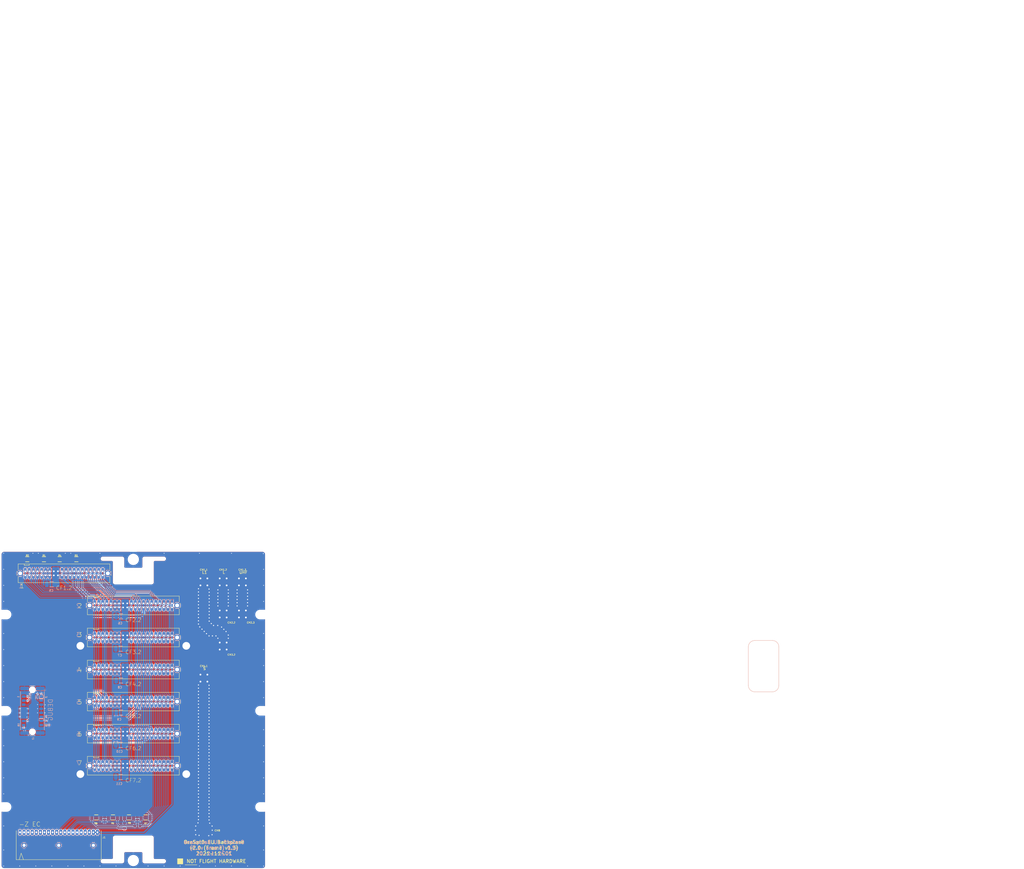
<source format=kicad_pcb>
(kicad_pcb (version 20211014) (generator pcbnew)
  (layers (0 "F.Cu" signal) (1 "In1.Cu" signal) (2 "In2.Cu" signal) (31 "B.Cu" signal) (34 "B.Paste" user) (35 "F.Paste" user) (36 "B.SilkS" user "B.Silkscreen") (37 "F.SilkS" user "F.Silkscreen") (38 "B.Mask" user) (39 "F.Mask" user) (44 "Edge.Cuts" user))
  (net 0 "")
  (net 1 "OPD_SDA")
  (net 2 "OPD_SCL")
  (net 3 "OPD_PWR")
  (net 4 "CAN2_H")
  (net 5 "CAN2_L")
  (net 6 "VBUS")
  (net 7 "CAN1_H")
  (net 8 "CAN1_L")
  (net 9 "~{SD}")
  (net 10 "S-PATCH")
  (net 11 "L-TURNSTILE")
  (net 12 "Net-(C1-Pad1)")
  (net 13 "Net-(C2-Pad1)")
  (net 14 "Net-(C3-Pad1)")
  (net 15 "Net-(C4-Pad1)")
  (net 16 "GND")
  (net 17 "UHF-TURNSTILE")
  (net 18 "L1-TURNSTILE")
  (net 19 "C3-UART-TX")
  (net 20 "C3-UART-RX")
  (net 21 "SPARE1-MAG-SDA")
  (net 22 "SPARE3-MAG-SCL")
  (net 23 "SPARE4-MAG-SCL")
  (net 24 "SPARE5-MAG-POWER")
  (net 25 "SPARE6-MAG-POWER")
  (net 26 "SPARE7")
  (net 27 "SPARE8")
  (net 28 "SPARE9-TURNSTILE-DEPLOY")
  (net 29 "SPARE10-TURNSTILE-DEPLOY")
  (net 30 "SPARE21")
  (net 31 "SPARE22")
  (net 32 "SPARE31")
  (net 33 "SPARE32")
  (footprint "oresat0-1u-backplane:1206-C" (layer "F.Cu") (at 152.3511 138.5036 180)
    (fp_text reference "R7")
    (fp_text value "NP/60.4")
  )
  (footprint "oresat-footprints:J-MOLEX-SMPM-73300-0111X-long" (layer "F.Cu") (at 170.5011 95.0736 180)
    (fp_text reference "CM4.1")
    (fp_text value "J-MOLEX-SMPM-73300-0111X" hide)
  )
  (footprint "" (layer "F.Cu") (at 148.5011 58.0536)
    (fp_text reference "@HOLE1" hide)
    (fp_text value "")
  )
  (footprint "oresat0-1u-backplane:.0603-C-NOSILK" (layer "F.Cu") (at 149.7511 139.2036 -90)
    (fp_text reference "C4")
    (fp_text value "1n")
  )
  (footprint "oresat0-1u-backplane:1206-C" (layer "F.Cu") (at 142.1511 138.5036 180)
    (fp_text reference "R5")
    (fp_text value "NP/60.4")
  )
  (footprint "oresat0-1u-backplane:.0603-C-NOSILK" (layer "F.Cu") (at 128.1511 57.3036 90)
    (fp_text reference "C2")
    (fp_text value "1n")
  )
  (footprint "oresat0-1u-backplane:.0603-B-NOSILK" (layer "F.Cu") (at 145.7511 141.1036 90)
    (fp_text reference "R9")
    (fp_text value "0")
  )
  (footprint "oresat0-1u-backplane:U.FL-R-SMT" (layer "F.Cu") (at 170.5011 142.5036)
    (fp_text reference "CM8")
    (fp_text value "U.FL-R-SMA")
  )
  (footprint "oresat0-1u-backplane:1206-C" (layer "F.Cu") (at 130.7511 58.0036 180)
    (fp_text reference "R3")
    (fp_text value "60.4")
  )
  (footprint "oresat0-1u-backplane:SFM-120-X1-XXX-D" (layer "F.Cu") (at 148.5011 102.3936)
    (fp_text reference "CF5.2")
    (fp_text value "SFM-120-X1-XXX-D")
  )
  (footprint "oresat0-1u-backplane:.0603-C-NOSILK" (layer "F.Cu") (at 118.0511 57.3036 90)
    (fp_text reference "C1")
    (fp_text value "1n")
  )
  (footprint "oresat-footprints:J-MOLEX-SMPM-73300-0111X-long" (layer "F.Cu") (at 182.5011 65.0736 180)
    (fp_text reference "CM1.3")
    (fp_text value "J-MOLEX-SMPM-73300-0111X" hide)
  )
  (footprint "oresat0-1u-backplane:.0603-B-NOSILK" (layer "F.Cu") (at 149.7511 141.1036)
    (fp_text reference "R10")
    (fp_text value "0")
  )
  (footprint "oresat-footprints:FIDUCIAL-1.0X2.0" (layer "F.Cu") (at 187.2511 57.5036)
    (fp_text reference "FIDUCIAL1" hide)
    (fp_text value "FIDUCIAL-1.0X2.0" hide)
  )
  (footprint "oresat0-1u-backplane:5-104196-5" (layer "F.Cu") (at 125.2511 143.1536)
    (fp_text reference "J1")
    (fp_text value "5-104196-5" hide)
  )
  (footprint "oresat-footprints:J-MOLEX-SMPM-73300-0111X-long" (layer "F.Cu") (at 176.5011 75.0736)
    (fp_text reference "CM2.2")
    (fp_text value "J-MOLEX-SMPM-73300-0111X" hide)
  )
  (footprint "oresat0-1u-backplane:SFM-120-X1-XXX-D" (layer "F.Cu") (at 148.5011 82.3936)
    (fp_text reference "CF3.2")
    (fp_text value "SFM-120-X1-XXX-D")
  )
  (footprint "oresat0-1u-backplane:SFM-120-X1-XXX-D" (layer "F.Cu") (at 148.5011 122.3936)
    (fp_text reference "CF7.2")
    (fp_text value "SFM-120-X1-XXX-D")
  )
  (footprint "oresat0-1u-backplane:SFM-120-X1-XXX-D" (layer "F.Cu") (at 148.5011 92.3936)
    (fp_text reference "CF4.2")
    (fp_text value "SFM-120-X1-XXX-D")
  )
  (footprint "oresat0-1u-backplane:1206-C" (layer "F.Cu") (at 120.6511 58.0036 180)
    (fp_text reference "R1")
    (fp_text value "60.4")
  )
  (footprint "oresat0-1u-backplane:1206-C" (layer "F.Cu") (at 147.1511 138.5036)
    (fp_text reference "R8")
    (fp_text value "NP/60.4")
  )
  (footprint "oresat0-1u-backplane:SFM-120-X1-XXX-D" (layer "F.Cu") (at 126.9011 62.3936)
    (fp_text reference "CF1.2")
    (fp_text value "SFM-120-X1-XXX-D")
  )
  (footprint "oresat-footprints:J-MOLEX-SMPM-73300-0111X-long" (layer "F.Cu") (at 170.5011 65.0736 180)
    (fp_text reference "CM1.1")
    (fp_text value "J-MOLEX-SMPM-73300-0111X" hide)
  )
  (footprint "oresat-footprints:J-MOLEX-SMPM-73300-0111X-long" (layer "F.Cu") (at 176.5011 65.0736 180)
    (fp_text reference "CM1.2")
    (fp_text value "J-MOLEX-SMPM-73300-0111X" hide)
  )
  (footprint "oresat0-1u-backplane:FLIGHTMARKER_NEW_BOARDS" (layer "F.Cu") (at 162.4511 152.8036)
    (fp_text reference "U$1" hide)
    (fp_text value "FLIGHMARKERNEW" hide)
  )
  (footprint "oresat-footprints:J-MOLEX-SMPM-73300-0111X-long" (layer "F.Cu") (at 182.5011 75.0736)
    (fp_text reference "CM2.3")
    (fp_text value "J-MOLEX-SMPM-73300-0111X" hide)
  )
  (footprint "oresat-footprints:FIDUCIAL-1.0X2.0" (layer "F.Cu") (at 109.2511 152.5036)
    (fp_text reference "FIDUCIAL3" hide)
    (fp_text value "FIDUCIAL-1.0X2.0" hide)
  )
  (footprint "oresat0-1u-backplane:1206-C" (layer "F.Cu") (at 136.9511 138.5036)
    (fp_text reference "R6")
    (fp_text value "NP/60.4")
  )
  (footprint "oresat0-1u-backplane:SFM-120-X1-XXX-D" (layer "F.Cu") (at 148.5011 72.3936)
    (fp_text reference "CF2.2")
    (fp_text value "SFM-120-X1-XXX-D")
  )
  (footprint "" (layer "F.Cu") (at 148.5011 151.9536)
    (fp_text reference "@HOLE0" hide)
    (fp_text value "")
  )
  (footprint "oresat0-1u-backplane:1206-C" (layer "F.Cu") (at 125.5511 58.0036)
    (fp_text reference "R4")
    (fp_text value "60.4")
  )
  (footprint "oresat0-1u-backplane:SFM-120-X1-XXX-D" (layer "F.Cu") (at 148.5011 112.3936)
    (fp_text reference "CF6.2")
    (fp_text value "SFM-120-X1-XXX-D")
  )
  (footprint "oresat0-1u-backplane:.0603-C-NOSILK" (layer "F.Cu") (at 139.5511 139.2036 -90)
    (fp_text reference "C3")
    (fp_text value "1n")
  )
  (footprint "oresat0-1u-backplane:1206-C" (layer "F.Cu") (at 115.4511 58.0036)
    (fp_text reference "R2")
    (fp_text value "60.4")
  )
  (footprint "oresat-footprints:J-MOLEX-SMPM-73300-0111X-long" (layer "F.Cu") (at 176.5011 85.0736)
    (fp_text reference "CM3.2")
    (fp_text value "J-MOLEX-SMPM-73300-0111X" hide)
  )
  (footprint "oresat-footprints:FIDUCIAL-1.0X2.0" (layer "F.Cu") (at 109.2511 57.5036)
    (fp_text reference "FIDUCIAL2" hide)
    (fp_text value "FIDUCIAL-1.0X2.0" hide)
  )
  (footprint "oresat0-1u-backplane:CONN_M55-6001642R_HRW" (layer "B.Cu") (at 117.0511 105.2536 -90)
    (fp_text reference "J2")
    (fp_text value "M55-6001642R" hide)
  )
  (footprint "oresat0-1u-backplane:1206-B" (layer "B.Cu") (at 144.5511 125.9036 180)
    (fp_text reference "C11")
    (fp_text value "10u 25V")
  )
  (footprint "oresat0-1u-backplane:1206-B" (layer "B.Cu") (at 123.0511 65.8036 180)
    (fp_text reference "C5")
    (fp_text value "10u 25V")
  )
  (footprint "oresat0-1u-backplane:1206-B" (layer "B.Cu") (at 144.6511 95.8036 180)
    (fp_text reference "C8")
    (fp_text value "10u 25V")
  )
  (footprint "oresat0-1u-backplane:1206-B" (layer "B.Cu") (at 144.6511 105.8036 180)
    (fp_text reference "C9")
    (fp_text value "10u 25V")
  )
  (footprint "oresat0-1u-backplane:1206-B" (layer "B.Cu") (at 144.5511 115.9036 180)
    (fp_text reference "C10")
    (fp_text value "10u 25V")
  )
  (footprint "oresat0-1u-backplane:1206-B" (layer "B.Cu") (at 144.6511 75.8036 180)
    (fp_text reference "C6")
    (fp_text value "10u 25V")
  )
  (footprint "oresat0-1u-backplane:1206-B" (layer "B.Cu") (at 144.5511 85.9036 180)
    (fp_text reference "C7")
    (fp_text value "10u 25V")
  )
  (gr_line (start 349.676907 85.341707) (end 349.676907 97.341707) (layer "B.SilkS") (width 0.127))
  (gr_arc (start 347.676907 83.341707) (mid 349.091121 83.927493) (end 349.676907 85.341707) (layer "B.SilkS") (width 0.127))
  (gr_line (start 342.176907 83.341707) (end 347.676907 83.341707) (layer "B.SilkS") (width 0.127))
  (gr_arc (start 349.676907 97.341707) (mid 349.091121 98.755921) (end 347.676907 99.341707) (layer "B.SilkS") (width 0.127))
  (gr_arc (start 342.176907 99.341707) (mid 340.762693 98.755921) (end 340.176907 97.341707) (layer "B.SilkS") (width 0.127))
  (gr_arc (start 340.176907 85.341707) (mid 340.762693 83.927493) (end 342.176907 83.341707) (layer "B.SilkS") (width 0.127))
  (gr_line (start 347.676907 99.341707) (end 342.176907 99.341707) (layer "B.SilkS") (width 0.127))
  (gr_line (start 340.176907 97.341707) (end 340.176907 85.341707) (layer "B.SilkS") (width 0.127))
  (gr_arc (start 151.5011 57.8536) (mid 151.647547 57.500047) (end 152.0011 57.3536) (layer "Edge.Cuts") (width 0.001))
  (gr_line (start 189.7511 133.9536) (end 189.7511 106.5536) (layer "Edge.Cuts") (width 0.001))
  (gr_line (start 188.7511 55.5036) (end 108.2511 55.5036) (layer "Edge.Cuts") (width 0.001))
  (gr_arc (start 139.0011 58.3536) (mid 138.5011 57.8536) (end 139.0011 57.3536) (layer "Edge.Cuts") (width 0.001))
  (gr_line (start 109.0011 73.9536) (end 107.2511 73.9536) (layer "Edge.Cuts") (width 0.001))
  (gr_arc (start 142.3011 151.1536) (mid 142.154653 151.507153) (end 141.8011 151.6536) (layer "Edge.Cuts") (width 0.001))
  (gr_line (start 145.5011 149.6536) (end 145.5011 152.1536) (layer "Edge.Cuts") (width 0.001))
  (gr_line (start 109.0011 133.9536) (end 107.2511 133.9536) (layer "Edge.Cuts") (width 0.001))
  (gr_line (start 151.0011 60.8536) (end 146.0011 60.8536) (layer "Edge.Cuts") (width 0.001))
  (gr_arc (start 158.0011 57.3536) (mid 158.5011 57.8536) (end 158.0011 58.3536) (layer "Edge.Cuts") (width 0.001))
  (gr_line (start 154.7011 65.1536) (end 154.7011 58.8536) (layer "Edge.Cuts") (width 0.001))
  (gr_line (start 142.3011 151.1536) (end 142.3011 144.8536) (layer "Edge.Cuts") (width 0.001))
  (gr_line (start 158.0011 57.3536) (end 152.0011 57.3536) (layer "Edge.Cuts") (width 0.001))
  (gr_arc (start 151.5011 60.3536) (mid 151.354653 60.707153) (end 151.0011 60.8536) (layer "Edge.Cuts") (width 0.001))
  (gr_arc (start 151.0011 149.1536) (mid 151.354653 149.300047) (end 151.5011 149.6536) (layer "Edge.Cuts") (width 0.001))
  (gr_line (start 145.0011 152.6536) (end 139.0011 152.6536) (layer "Edge.Cuts") (width 0.001))
  (gr_arc (start 109.0011 103.9536) (mid 110.3011 105.2536) (end 109.0011 106.5536) (layer "Edge.Cuts") (width 0.001))
  (gr_line (start 107.2511 76.5536) (end 109.0011 76.5536) (layer "Edge.Cuts") (width 0.001))
  (gr_arc (start 107.2511 56.5036) (mid 107.543993 55.796493) (end 108.2511 55.5036) (layer "Edge.Cuts") (width 0.001))
  (gr_line (start 188.0011 76.5536) (end 189.7511 76.5536) (layer "Edge.Cuts") (width 0.001))
  (gr_line (start 158.0011 152.6536) (end 152.0011 152.6536) (layer "Edge.Cuts") (width 0.001))
  (gr_arc (start 154.7011 58.8536) (mid 154.847547 58.500047) (end 155.2011 58.3536) (layer "Edge.Cuts") (width 0.001))
  (gr_line (start 108.2511 154.5036) (end 188.7511 154.5036) (layer "Edge.Cuts") (width 0.001))
  (gr_line (start 188.0011 136.5536) (end 189.7511 136.5536) (layer "Edge.Cuts") (width 0.001))
  (gr_line (start 188.0011 106.5536) (end 189.7511 106.5536) (layer "Edge.Cuts") (width 0.001))
  (gr_arc (start 188.0011 136.5536) (mid 186.7011 135.2536) (end 188.0011 133.9536) (layer "Edge.Cuts") (width 0.001))
  (gr_arc (start 189.7511 153.5036) (mid 189.458207 154.210707) (end 188.7511 154.5036) (layer "Edge.Cuts") (width 0.001))
  (gr_line (start 139.0011 58.3536) (end 141.8011 58.3536) (layer "Edge.Cuts") (width 0.001))
  (gr_line (start 155.2011 58.3536) (end 158.0011 58.3536) (layer "Edge.Cuts") (width 0.001))
  (gr_arc (start 158.0011 151.6536) (mid 158.5011 152.1536) (end 158.0011 152.6536) (layer "Edge.Cuts") (width 0.001))
  (gr_line (start 107.2511 136.5536) (end 107.2511 153.5036) (layer "Edge.Cuts") (width 0.001))
  (gr_arc (start 152.0011 152.6536) (mid 151.647547 152.507153) (end 151.5011 152.1536) (layer "Edge.Cuts") (width 0.001))
  (gr_line (start 145.5011 60.3536) (end 145.5011 57.8536) (layer "Edge.Cuts") (width 0.001))
  (gr_line (start 107.2511 136.5536) (end 109.0011 136.5536) (layer "Edge.Cuts") (width 0.001))
  (gr_line (start 151.5011 152.1536) (end 151.5011 149.6536) (layer "Edge.Cuts") (width 0.001))
  (gr_line (start 139.0011 151.6536) (end 141.8011 151.6536) (layer "Edge.Cuts") (width 0.001))
  (gr_arc (start 145.5011 149.6536) (mid 145.647547 149.300047) (end 146.0011 149.1536) (layer "Edge.Cuts") (width 0.001))
  (gr_arc (start 109.0011 73.9536) (mid 110.3011 75.2536) (end 109.0011 76.5536) (layer "Edge.Cuts") (width 0.001))
  (gr_line (start 189.7511 73.9536) (end 188.0011 73.9536) (layer "Edge.Cuts") (width 0.001))
  (gr_arc (start 109.0011 133.9536) (mid 110.3011 135.2536) (end 109.0011 136.5536) (layer "Edge.Cuts") (width 0.001))
  (gr_arc (start 145.5011 152.1536) (mid 145.354653 152.507153) (end 145.0011 152.6536) (layer "Edge.Cuts") (width 0.001))
  (gr_line (start 107.2511 106.5536) (end 109.0011 106.5536) (layer "Edge.Cuts") (width 0.001))
  (gr_arc (start 141.8011 58.3536) (mid 142.154653 58.500047) (end 142.3011 58.8536) (layer "Edge.Cuts") (width 0.001))
  (gr_arc (start 142.3011 144.8536) (mid 142.447547 144.500047) (end 142.8011 144.3536) (layer "Edge.Cuts") (width 0.001))
  (gr_line (start 155.2011 151.6536) (end 158.0011 151.6536) (layer "Edge.Cuts") (width 0.001))
  (gr_line (start 145.0011 57.3536) (end 139.0011 57.3536) (layer "Edge.Cuts") (width 0.001))
  (gr_arc (start 139.0011 152.6536) (mid 138.5011 152.1536) (end 139.0011 151.6536) (layer "Edge.Cuts") (width 0.001))
  (gr_arc (start 145.0011 57.3536) (mid 145.354653 57.500047) (end 145.5011 57.8536) (layer "Edge.Cuts") (width 0.001))
  (gr_line (start 109.0011 103.9536) (end 107.2511 103.9536) (layer "Edge.Cuts") (width 0.001))
  (gr_line (start 142.3011 58.8536) (end 142.3011 65.1536) (layer "Edge.Cuts") (width 0.001))
  (gr_line (start 189.7511 133.9536) (end 188.0011 133.9536) (layer "Edge.Cuts") (width 0.001))
  (gr_line (start 154.7011 144.8536) (end 154.7011 151.1536) (layer "Edge.Cuts") (width 0.001))
  (gr_line (start 151.5011 57.8536) (end 151.5011 60.3536) (layer "Edge.Cuts") (width 0.001))
  (gr_line (start 142.8011 144.3536) (end 154.2011 144.3536) (layer "Edge.Cuts") (width 0.001))
  (gr_line (start 189.7511 73.9536) (end 189.7511 56.5036) (layer "Edge.Cuts") (width 0.001))
  (gr_line (start 189.7511 103.9536) (end 189.7511 76.5536) (layer "Edge.Cuts") (width 0.001))
  (gr_line (start 142.8011 65.6536) (end 154.2011 65.6536) (layer "Edge.Cuts") (width 0.001))
  (gr_line (start 151.0011 149.1536) (end 146.0011 149.1536) (layer "Edge.Cuts") (width 0.001))
  (gr_line (start 107.2511 76.5536) (end 107.2511 103.9536) (layer "Edge.Cuts") (width 0.001))
  (gr_arc (start 154.7011 65.1536) (mid 154.554653 65.507153) (end 154.2011 65.6536) (layer "Edge.Cuts") (width 0.001))
  (gr_arc (start 155.2011 151.6536) (mid 154.847547 151.507153) (end 154.7011 151.1536) (layer "Edge.Cuts") (width 0.001))
  (gr_line (start 189.7511 153.5036) (end 189.7511 136.5536) (layer "Edge.Cuts") (width 0.001))
  (gr_line (start 189.7511 103.9536) (end 188.0011 103.9536) (layer "Edge.Cuts") (width 0.001))
  (gr_arc (start 146.0011 60.8536) (mid 145.647547 60.707153) (end 145.5011 60.3536) (layer "Edge.Cuts") (width 0.001))
  (gr_arc (start 154.2011 144.3536) (mid 154.554653 144.500047) (end 154.7011 144.8536) (layer "Edge.Cuts") (width 0.001))
  (gr_arc (start 188.7511 55.5036) (mid 189.458207 55.796493) (end 189.7511 56.5036) (layer "Edge.Cuts") (width 0.001))
  (gr_line (start 107.2511 106.5536) (end 107.2511 133.9536) (layer "Edge.Cuts") (width 0.001))
  (gr_arc (start 188.0011 106.5536) (mid 186.7011 105.2536) (end 188.0011 103.9536) (layer "Edge.Cuts") (width 0.001))
  (gr_arc (start 108.2511 154.5036) (mid 107.543993 154.210707) (end 107.2511 153.5036) (layer "Edge.Cuts") (width 0.001))
  (gr_arc (start 142.8011 65.6536) (mid 142.447547 65.507153) (end 142.3011 65.1536) (layer "Edge.Cuts") (width 0.001))
  (gr_arc (start 188.0011 76.5536) (mid 186.7011 75.2536) (end 188.0011 73.9536) (layer "Edge.Cuts") (width 0.001))
  (gr_line (start 107.2511 56.5036) (end 107.2511 73.9536) (layer "Edge.Cuts") (width 0.001))
  (gr_text "3" (at 132.1011 82.3536) (layer "B.SilkS") (effects (font (size 1.38 1.38) (thickness 0.12)) (justify left bottom mirror)))
  (gr_text "DEBUG" (at 123.5011 101.4536 -270) (layer "B.SilkS") (effects (font (size 1.38 1.38) (thickness 0.12)) (justify left bottom mirror)))
  (gr_text "2" (at 132.1011 73.3536) (layer "B.SilkS") (effects (font (size 1.38 1.38) (thickness 0.12)) (justify left bottom mirror)))
  (gr_text "7" (at 132.1011 122.3536) (layer "B.SilkS") (effects (font (size 1.38 1.38) (thickness 0.12)) (justify left bottom mirror)))
  (gr_text "OreSat0 1U Backplane\nv2.0 (Frame v1.3)\n2021-11-01" (at 173.6511 148.0036) (layer "B.SilkS") (effects (font (size 1.105 1.105) (thickness 0.195)) (justify mirror)))
  (gr_text "4" (at 132.1011 93.3536) (layer "B.SilkS") (effects (font (size 1.38 1.38) (thickness 0.12)) (justify left bottom mirror)))
  (gr_text "5" (at 132.1011 103.3536) (layer "B.SilkS") (effects (font (size 1.38 1.38) (thickness 0.12)) (justify left bottom mirror)))
  (gr_text "6" (at 132.1011 113.3536) (layer "B.SilkS") (effects (font (size 1.38 1.38) (thickness 0.12)) (justify left bottom mirror)))
  (gr_text "1" (at 114.1011 67.1536) (layer "B.SilkS") (effects (font (size 1.38 1.38) (thickness 0.12)) (justify left bottom mirror)))
  (gr_text "3" (at 131.1011 82.3536) (layer "F.SilkS") (effects (font (size 1.38 1.38) (thickness 0.12)) (justify left bottom)))
  (gr_text "2" (at 131.1011 73.3536) (layer "F.SilkS") (effects (font (size 1.38 1.38) (thickness 0.12)) (justify left bottom)))
  (gr_text "1" (at 113.1011 67.1536) (layer "F.SilkS") (effects (font (size 1.38 1.38) (thickness 0.12)) (justify left bottom)))
  (gr_text "-Z EC" (at 112.8011 141.4536) (layer "F.SilkS") (effects (font (size 1.38 1.38) (thickness 0.12)) (justify left bottom)))
  (gr_text "L1" (at 169.8511 62.6036) (layer "F.SilkS") (effects (font (size 0.85 0.85)) (justify left bottom)))
  (gr_text "7" (at 131.1011 122.3536) (layer "F.SilkS") (effects (font (size 1.38 1.38) (thickness 0.12)) (justify left bottom)))
  (gr_text "5" (at 131.1011 103.3536) (layer "F.SilkS") (effects (font (size 1.38 1.38) (thickness 0.12)) (justify left bottom)))
  (gr_text "UHF" (at 181.4511 62.6036) (layer "F.SilkS") (effects (font (size 0.85 0.85)) (justify left bottom)))
  (gr_text "OreSat0 1U Backplane\nv2.0 (Frame v1.3)\n2021-11-01" (at 173.6511 148.0036) (layer "F.SilkS") (effects (font (size 1.105 1.105) (thickness 0.195))))
  (gr_text "4" (at 131.1011 93.3536) (layer "F.SilkS") (effects (font (size 1.38 1.38) (thickness 0.12)) (justify left bottom)))
  (gr_text "S" (at 170.1511 92.6036) (layer "F.SilkS") (effects (font (size 0.85 0.85)) (justify left bottom)))
  (gr_text "6" (at 131.1011 113.3536) (layer "F.SilkS") (effects (font (size 1.38 1.38) (thickness 0.12)) (justify left bottom)))
  (gr_text "L" (at 176.2511 62.6036) (layer "F.SilkS") (effects (font (size 0.85 0.85)) (justify left bottom)))
  (segment (start 153.2511 109.7036) (end 122.2511 109.7036) (width 0.2) (layer "F.Cu") (net 1))
  (segment (start 154.2161 111.7586) (end 154.2161 110.6686) (width 0.2) (layer "F.Cu") (net 1))
  (segment (start 132.6161 63.0286) (end 132.6161 66.9686) (width 0.3) (layer "F.Cu") (net 1))
  (segment (start 152.9011 69.3536) (end 135.0011 69.3536) (width 0.3) (layer "F.Cu") (net 1))
  (segment (start 154.2161 110.6686) (end 153.2511 109.7036) (width 0.2) (layer "F.Cu") (net 1))
  (segment (start 132.6161 66.9686) (end 135.0011 69.3536) (width 0.3) (layer "F.Cu") (net 1))
  (segment (start 154.2161 71.7586) (end 154.2161 70.6686) (width 0.3) (layer "F.Cu") (net 1))
  (segment (start 154.2161 70.6686) (end 152.9011 69.3536) (width 0.3) (layer "F.Cu") (net 1))
  (via (at 122.2511 109.7036) (size 0.4572) (drill 0.254) (layers "F.Cu" "B.Cu") (net 1))
  (segment (start 154.2161 91.7586) (end 154.2161 93.0286) (width 0.3) (layer "B.Cu") (net 1))
  (segment (start 154.2161 113.0286) (end 154.2161 121.7586) (width 0.3) (layer "B.Cu") (net 1))
  (segment (start 154.2161 83.0286) (end 154.2161 91.7586) (width 0.3) (layer "B.Cu") (net 1))
  (segment (start 132.6161 61.7586) (end 132.6161 63.0286) (width 0.3) (layer "B.Cu") (net 1))
  (segment (start 154.2161 71.7586) (end 154.2161 73.0286) (width 0.3) (layer "B.Cu") (net 1))
  (segment (start 154.2161 101.7586) (end 154.2161 93.0286) (width 0.3) (layer "B.Cu") (net 1))
  (segment (start 154.2161 111.7586) (end 154.2161 113.0286) (width 0.3) (layer "B.Cu") (net 1))
  (segment (start 154.2161 121.7586) (end 154.2161 123.0286) (width 0.3) (layer "B.Cu") (net 1))
  (segment (start 154.2161 101.7586) (end 154.2161 103.0286) (width 0.3) (layer "B.Cu") (net 1))
  (segment (start 119.8061 109.7036) (end 119.8011 109.6986) (width 0.2) (layer "B.Cu") (net 1))
  (segment (start 154.2161 103.0286) (end 154.2161 111.7586) (width 0.3) (layer "B.Cu") (net 1))
  (segment (start 154.2161 73.0286) (end 154.2161 81.7586) (width 0.3) (layer "B.Cu") (net 1))
  (segment (start 122.2511 109.7036) (end 119.8061 109.7036) (width 0.2) (layer "B.Cu") (net 1))
  (segment (start 154.2161 81.7586) (end 154.2161 83.0286) (width 0.3) (layer "B.Cu") (net 1))
  (segment (start 131.3461 63.0286) (end 131.3461 66.7986) (width 0.3) (layer "F.Cu") (net 2))
  (segment (start 152.9461 114.0086) (end 151.6511 115.3036) (width 0.2) (layer "F.Cu") (net 2))
  (segment (start 152.9461 70.5986) (end 152.9461 71.7586) (width 0.3) (layer "F.Cu") (net 2))
  (segment (start 152.2011 69.8536) (end 152.9461 70.5986) (width 0.3) (layer "F.Cu") (net 2))
  (segment (start 152.2011 69.8536) (end 134.4011 69.8536) (width 0.3) (layer "F.Cu") (net 2))
  (segment (start 152.9461 113.0286) (end 152.9461 114.0086) (width 0.2) (layer "F.Cu") (net 2))
  (segment (start 114.3511 111.2036) (end 114.3511 110.5036) (width 0.2) (layer "F.Cu") (net 2))
  (segment (start 118.4511 115.3036) (end 114.3511 111.2036) (width 0.2) (layer "F.Cu") (net 2))
  (segment (start 151.6511 115.3036) (end 118.4511 115.3036) (width 0.2) (layer "F.Cu") (net 2))
  (segment (start 134.4011 69.8536) (end 131.3461 66.7986) (width 0.3) (layer "F.Cu") (net 2))
  (via (at 114.3511 110.5036) (size 0.4572) (drill 0.254) (layers "F.Cu" "B.Cu") (net 2))
  (segment (start 152.9461 71.7586) (end 152.9461 73.0286) (width 0.3) (layer "B.Cu") (net 2))
  (segment (start 152.9461 83.0286) (end 152.9461 91.7586) (width 0.3) (layer "B.Cu") (net 2))
  (segment (start 152.9461 113.0286) (end 152.9461 121.7586) (width 0.3) (layer "B.Cu") (net 2))
  (segment (start 152.9461 111.7586) (end 152.9461 113.0286) (width 0.3) (layer "B.Cu") (net 2))
  (segment (start 152.9461 101.7586) (end 152.9461 103.0286) (width 0.3) (layer "B.Cu") (net 2))
  (segment (start 152.9461 81.7586) (end 152.9461 73.0286) (width 0.3) (layer "B.Cu") (net 2))
  (segment (start 152.9461 103.0286) (end 152.9461 111.7586) (width 0.3) (layer "B.Cu") (net 2))
  (segment (start 152.9461 91.7586) (end 152.9461 93.0286) (width 0.3) (layer "B.Cu") (net 2))
  (segment (start 114.3011 110.4536) (end 114.3011 109.6986) (width 0.2) (layer "B.Cu") (net 2))
  (segment (start 114.3511 110.5036) (end 114.3011 110.4536) (width 0.2) (layer "B.Cu") (net 2))
  (segment (start 152.9461 121.7586) (end 152.9461 123.0286) (width 0.3) (layer "B.Cu") (net 2))
  (segment (start 152.9461 93.0286) (end 152.9461 101.7586) (width 0.3) (layer "B.Cu") (net 2))
  (segment (start 152.9461 81.7586) (end 152.9461 83.0286) (width 0.3) (layer "B.Cu") (net 2))
  (segment (start 131.3461 61.7586) (end 131.3461 63.0286) (width 0.3) (layer "B.Cu") (net 2))
  (segment (start 151.1011 114.6536) (end 125.7011 114.6536) (width 0.4) (layer "F.Cu") (net 3))
  (segment (start 150.7511 75.8036) (end 151.6761 74.8786) (width 0.6) (layer "F.Cu") (net 3))
  (segment (start 133.1511 73.3036) (end 135.6511 75.8036) (width 0.6) (layer "F.Cu") (net 3))
  (segment (start 121.3511 110.3036) (end 121.3511 108.4036) (width 0.4) (layer "F.Cu") (net 3))
  (segment (start 133.1511 69.6036) (end 133.1511 73.3036) (width 0.6) (layer "F.Cu") (net 3))
  (segment (start 130.0761 66.5286) (end 133.1511 69.6036) (width 0.6) (layer "F.Cu") (net 3))
  (segment (start 151.6761 113.0286) (end 151.6761 114.0786) (width 0.4) (layer "F.Cu") (net 3))
  (segment (start 121.3511 108.4036) (end 121.3511 108.4092) (width 0.3) (layer "F.Cu") (net 3))
  (segment (start 130.0761 63.0286) (end 130.0761 66.5286) (width 0.6) (layer "F.Cu") (net 3))
  (segment (start 151.6761 74.8786) (end 151.6761 73.0286) (width 0.6) (layer "F.Cu") (net 3))
  (segment (start 125.7011 114.6536) (end 121.3511 110.3036) (width 0.4) (layer "F.Cu") (net 3))
  (segment (start 135.6511 75.8036) (end 150.7511 75.8036) (width 0.6) (layer "F.Cu") (net 3))
  (segment (start 151.6761 114.0786) (end 151.1011 114.6536) (width 0.4) (layer "F.Cu") (net 3))
  (via (at 121.3511 108.4092) (size 0.4572) (drill 0.254) (layers "F.Cu" "B.Cu") (net 3))
  (segment (start 130.0761 61.7586) (end 130.0761 63.0286) (width 0.6) (layer "B.Cu") (net 3))
  (segment (start 151.6761 83.0286) (end 151.6761 81.7586) (width 0.6) (layer "B.Cu") (net 3))
  (segment (start 151.6761 111.7586) (end 151.6761 113.0286) (width 0.6) (layer "B.Cu") (net 3))
  (segment (start 151.6761 93.0286) (end 151.6761 101.7586) (width 0.6) (layer "B.Cu") (net 3))
  (segment (start 151.6761 101.7586) (end 151.6761 103.0286) (width 0.6) (layer "B.Cu") (net 3))
  (segment (start 151.6761 103.0286) (end 151.6761 111.7586) (width 0.6) (layer "B.Cu") (net 3))
  (segment (start 151.6761 71.7586) (end 151.6761 73.0286) (width 0.6) (layer "B.Cu") (net 3))
  (segment (start 119.8205 108.4092) (end 119.8011 108.4286) (width 0.3) (layer "B.Cu") (net 3))
  (segment (start 151.6761 91.7586) (end 151.6761 93.0286) (width 0.6) (layer "B.Cu") (net 3))
  (segment (start 151.6761 121.7586) (end 151.6761 123.0286) (width 0.6) (layer "B.Cu") (net 3))
  (segment (start 151.6761 113.0286) (end 151.6761 121.7586) (width 0.6) (layer "B.Cu") (net 3))
  (segment (start 151.6761 83.0286) (end 151.6761 91.7586) (width 0.6) (layer "B.Cu") (net 3))
  (segment (start 151.6761 73.0286) (end 151.6761 81.7586) (width 0.6) (layer "B.Cu") (net 3))
  (segment (start 121.3511 108.4092) (end 119.8205 108.4092) (width 0.3) (layer "B.Cu") (net 3))
  (segment (start 115.9511 107.9036) (end 115.4511 108.4036) (width 0.3) (layer "F.Cu") (net 4))
  (segment (start 150.4061 103.0286) (end 150.4061 104.7486) (width 0.3) (layer "F.Cu") (net 4))
  (segment (start 150.4061 104.7486) (end 147.2511 107.9036) (width 0.3) (layer "F.Cu") (net 4))
  (segment (start 150.4061 123.0286) (end 150.4061 136.0586) (width 0.3) (layer "F.Cu") (net 4))
  (segment (start 129.4511 59.8036) (end 131.4511 59.8036) (width 0.3) (layer "F.Cu") (net 4))
  (segment (start 151.0511 136.7036) (end 153.0511 136.7036) (width 0.3) (layer "F.Cu") (net 4))
  (segment (start 150.4061 136.0586) (end 151.0511 136.7036) (width 0.3) (layer "F.Cu") (net 4))
  (segment (start 128.8061 61.7586) (end 128.8061 60.4486) (width 0.3) (layer "F.Cu") (net 4))
  (segment (start 131.4511 59.8036) (end 132.1511 59.1036) (width 0.3) (layer "F.Cu") (net 4))
  (segment (start 153.7511 137.4036) (end 153.7511 138.5036) (width 0.3) (layer "F.Cu") (net 4))
  (segment (start 150.5511 141.1036) (end 153.0511 141.1036) (width 0.3) (layer "F.Cu") (net 4))
  (segment (start 153.7511 140.4036) (end 153.7511 138.5036) (width 0.3) (layer "F.Cu") (net 4))
  (segment (start 153.0511 141.1036) (end 153.7511 140.4036) (width 0.3) (layer "F.Cu") (net 4))
  (segment (start 128.8061 60.4486) (end 129.4511 59.8036) (width 0.3) (layer "F.Cu") (net 4))
  (segment (start 153.0511 136.7036) (end 153.7511 137.4036) (width 0.3) (layer "F.Cu") (net 4))
  (segment (start 147.2511 107.9036) (end 115.9511 107.9036) (width 0.3) (layer "F.Cu") (net 4))
  (segment (start 132.1511 59.1036) (end 132.1511 58.0036) (width 0.3) (layer "F.Cu") (net 4))
  (via (at 115.4511 108.4036) (size 0.4572) (drill 0.254) (layers "F.Cu" "B.Cu") (net 4))
  (segment (start 150.4061 91.7586) (end 150.4061 93.0286) (width 0.3) (layer "B.Cu") (net 4))
  (segment (start 148.9011 68.8536) (end 142.9011 68.8536) (width 0.3) (layer "B.Cu") (net 4))
  (segment (start 150.4061 83.0286) (end 150.4061 91.7586) (width 0.3) (layer "B.Cu") (net 4))
  (segment (start 150.4061 81.7586) (end 150.4061 83.0286) (width 0.3) (layer "B.Cu") (net 4))
  (segment (start 139.3011 65.2536) (end 129.740893 65.2536) (width 0.3) (layer "B.Cu") (net 4))
  (segment (start 150.4061 70.3586) (end 150.4061 71.7586) (width 0.3) (layer "B.Cu") (net 4))
  (segment (start 128.8061 64.318807) (end 128.8061 63.0286) (width 0.3) (layer "B.Cu") (net 4))
  (segment (start 150.4061 101.7586) (end 150.4061 93.0286) (width 0.3) (layer "B.Cu") (net 4))
  (segment (start 150.4061 101.7586) (end 150.4061 103.0286) (width 0.3) (layer "B.Cu") (net 4))
  (segment (start 114.3261 108.4036) (end 114.3011 108.4286) (width 0.3) (layer "B.Cu") (net 4))
  (segment (start 150.4061 70.3586) (end 148.9011 68.8536) (width 0.3) (layer "B.Cu") (net 4))
  (segment (start 150.4061 121.7586) (end 150.4061 123.0286) (width 0.3) (layer "B.Cu") (net 4))
  (segment (start 115.4511 108.4036) (end 114.3261 108.4036) (width 0.3) (layer "B.Cu") (net 4))
  (segment (start 128.8061 61.7586) (end 128.8061 63.0286) (width 0.3) (layer "B.Cu") (net 4))
  (segment (start 129.740893 65.2536) (end 128.8061 64.318807) (width 0.3) (layer "B.Cu") (net 4))
  (segment (start 150.4061 113.0286) (end 150.4061 111.7586) (width 0.3) (layer "B.Cu") (net 4))
  (segment (start 150.4061 113.0286) (end 150.4061 121.7586) (width 0.3) (layer "B.Cu") (net 4))
  (segment (start 142.9011 68.8536) (end 139.3011 65.2536) (width 0.3) (layer "B.Cu") (net 4))
  (segment (start 150.4061 73.0286) (end 150.4061 81.7586) (width 0.3) (layer "B.Cu") (net 4))
  (segment (start 150.4061 111.7586) (end 150.4061 103.0286) (width 0.3) (layer "B.Cu") (net 4))
  (segment (start 150.4061 71.7586) (end 150.4061 73.0286) (width 0.3) (layer "B.Cu") (net 4))
  (segment (start 149.1361 104.3186) (end 146.3511 107.1036) (width 0.3) (layer "F.Cu") (net 5))
  (segment (start 148.5511 136.7036) (end 146.4511 136.7036) (width 0.3) (layer "F.Cu") (net 5))
  (segment (start 146.3511 107.1036) (end 121.3511 107.1036) (width 0.3) (layer "F.Cu") (net 5))
  (segment (start 149.1361 136.1186) (end 148.5511 136.7036) (width 0.3) (layer "F.Cu") (net 5))
  (segment (start 149.1361 103.0286) (end 149.1361 104.3186) (width 0.3) (layer "F.Cu") (net 5))
  (segment (start 149.1361 123.0286) (end 149.1361 136.1186) (width 0.3) (layer "F.Cu") (net 5))
  (segment (start 124.1511 59.1036) (end 124.8511 59.8036) (width 0.3) (layer "F.Cu") (net 5))
  (segment (start 124.8511 59.8036) (end 126.9511 59.8036) (width 0.3) (layer "F.Cu") (net 5))
  (segment (start 124.1511 58.0036) (end 124.1511 59.1036) (width 0.3) (layer "F.Cu") (net 5))
  (segment (start 145.7511 137.4036) (end 145.7511 138.5036) (width 0.3) (layer "F.Cu") (net 5))
  (segment (start 127.5511 61.7436) (end 127.5361 61.7586) (width 0.3) (layer "F.Cu") (net 5))
  (segment (start 127.5511 60.4036) (end 127.5511 61.7436) (width 0.3) (layer "F.Cu") (net 5))
  (segment (start 145.7511 140.3036) (end 145.7511 138.5036) (width 0.3) (layer "F.Cu") (net 5))
  (segment (start 146.4511 136.7036) (end 145.7511 137.4036) (width 0.3) (layer "F.Cu") (net 5))
  (segment (start 126.9511 59.8036) (end 127.5511 60.4036) (width 0.3) (layer "F.Cu") (net 5))
  (via (at 121.3511 107.1036) (size 0.4572) (drill 0.254) (layers "F.Cu" "B.Cu") (net 5))
  (segment (start 148.1011 69.3536) (end 142.7011 69.3536) (width 0.3) (layer "B.Cu") (net 5))
  (segment (start 149.1361 71.7586) (end 149.1361 72.9036) (width 0.3) (layer "B.Cu") (net 5))
  (segment (start 149.1361 113.0286) (end 149.1361 121.7586) (width 0.3) (layer "B.Cu") (net 5))
  (segment (start 149.1361 72.9036) (end 149.1361 73.0286) (width 0.3) (layer "B.Cu") (net 5))
  (segment (start 149.1361 111.7586) (end 149.1361 113.0286) (width 0.3) (layer "B.Cu") (net 5))
  (segment (start 149.1361 103.0286) (end 149.1361 101.7586) (width 0.3) (layer "B.Cu") (net 5))
  (segment (start 149.1361 70.3886) (end 149.1361 71.7586) (width 0.3) (layer "B.Cu") (net 5))
  (segment (start 139.1011 65.7536) (end 129.2011 65.7536) (width 0.3) (layer "B.Cu") (net 5))
  (segment (start 129.2011 65.7536) (end 127.5361 64.0886) (width 0.3) (layer "B.Cu") (net 5))
  (segment (start 148.1011 69.3536) (end 149.1361 70.3886) (width 0.3) (layer "B.Cu") (net 5))
  (segment (start 149.1361 81.7586) (end 149.1361 72.9036) (width 0.3) (layer "B.Cu") (net 5))
  (segment (start 127.5361 64.0886) (end 127.5361 63.0286) (width 0.3) (layer "B.Cu") (net 5))
  (segment (start 127.5361 61.7586) (end 127.5361 63.0286) (width 0.3) (layer "B.Cu") (net 5))
  (segment (start 121.2961 107.1586) (end 119.8011 107.1586) (width 0.3) (layer "B.Cu") (net 5))
  (segment (start 121.3511 107.1036) (end 121.2961 107.1586) (width 0.3) (layer "B.Cu") (net 5))
  (segment (start 149.1361 103.0286) (end 149.1361 111.7586) (width 0.3) (layer "B.Cu") (net 5))
  (segment (start 149.1361 93.0286) (end 149.1361 101.7586) (width 0.3) (layer "B.Cu") (net 5))
  (segment (start 149.1361 91.7586) (end 149.1361 93.0286) (width 0.3) (layer "B.Cu") (net 5))
  (segment (start 149.1361 121.7586) (end 149.1361 123.0286) (width 0.3) (layer "B.Cu") (net 5))
  (segment (start 142.7011 69.3536) (end 139.1011 65.7536) (width 0.3) (layer "B.Cu") (net 5))
  (segment (start 149.1361 83.0286) (end 149.1361 91.7586) (width 0.3) (layer "B.Cu") (net 5))
  (segment (start 149.1361 81.7586) (end 149.1361 83.0286) (width 0.3) (layer "B.Cu") (net 5))
  (via (at 115.4511 106.0036) (size 0.4572) (drill 0.254) (layers "F.Cu" "B.Cu") (net 6))
  (via (at 115.4511 104.6036) (size 0.4572) (drill 0.254) (layers "F.Cu" "B.Cu") (net 6))
  (via (at 115.3511 107.2036) (size 0.4572) (drill 0.254) (layers "F.Cu" "B.Cu") (net 6))
  (via (at 113.2511 104.6036) (size 0.4572) (drill 0.254) (layers "F.Cu" "B.Cu") (net 6))
  (via (at 113.2511 105.9036) (size 0.4572) (drill 0.254) (layers "F.Cu" "B.Cu") (net 6))
  (via (at 113.2511 107.1036) (size 0.4572) (drill 0.254) (layers "F.Cu" "B.Cu") (net 6))
  (segment (start 116.506625 100.0036) (end 116.3511 100.0036) (width 0.2) (layer "F.Cu") (net 7))
  (segment (start 140.8511 136.7036) (end 142.8511 136.7036) (width 0.3) (layer "F.Cu") (net 7))
  (segment (start 138.8511 99.0036) (end 118.595575 99.0036) (width 0.2) (layer "F.Cu") (net 7))
  (segment (start 144.2511 141.1036) (end 148.9511 141.1036) (width 0.3) (layer "F.Cu") (net 7))
  (segment (start 119.2511 59.8036) (end 121.3511 59.8036) (width 0.3) (layer "F.Cu") (net 7))
  (segment (start 117.592275 100.0069) (end 116.509925 100.0069) (width 0.2) (layer "F.Cu") (net 7))
  (segment (start 140.8511 136.7036) (end 140.2461 136.0986) (width 0.3) (layer "F.Cu") (net 7))
  (segment (start 140.2461 100.3986) (end 138.9511 99.1036) (width 0.2) (layer "F.Cu") (net 7))
  (segment (start 143.5511 138.5036) (end 143.5511 140.4036) (width 0.3) (layer "F.Cu") (net 7))
  (segment (start 143.5511 137.4036) (end 143.5511 138.5036) (width 0.3) (layer "F.Cu") (net 7))
  (segment (start 116.509925 100.0069) (end 116.506625 100.0036) (width 0.2) (layer "F.Cu") (net 7))
  (segment (start 122.0511 59.1036) (end 122.0511 58.0036) (width 0.3) (layer "F.Cu") (net 7))
  (segment (start 118.595575 99.0036) (end 117.592275 100.0069) (width 0.2) (layer "F.Cu") (net 7))
  (segment (start 121.3511 59.8036) (end 122.0511 59.1036) (width 0.3) (layer "F.Cu") (net 7))
  (segment (start 143.5511 140.4036) (end 144.2511 141.1036) (width 0.3) (layer "F.Cu") (net 7))
  (segment (start 138.9511 99.1036) (end 138.8511 99.0036) (width 0.2) (layer "F.Cu") (net 7))
  (segment (start 118.6461 61.7586) (end 118.6461 60.4086) (width 0.3) (layer "F.Cu") (net 7))
  (segment (start 142.8511 136.7036) (end 143.5511 137.4036) (width 0.3) (layer "F.Cu") (net 7))
  (segment (start 116.3511 100.0036) (end 116.337928 100.016772) (width 0.2) (layer "F.Cu") (net 7))
  (segment (start 140.2461 136.0986) (end 140.2461 123.0286) (width 0.3) (layer "F.Cu") (net 7))
  (segment (start 140.2461 101.7586) (end 140.2461 100.3986) (width 0.2) (layer "F.Cu") (net 7))
  (segment (start 118.6461 60.4086) (end 119.2511 59.8036) (width 0.3) (layer "F.Cu") (net 7))
  (via (at 116.337928 100.016772) (size 0.4572) (drill 0.254) (layers "F.Cu" "B.Cu") (net 7))
  (segment (start 140.2461 93.0286) (end 140.2461 91.7586) (width 0.3) (layer "B.Cu") (net 7))
  (segment (start 140.2461 103.0286) (end 140.2461 111.7586) (width 0.3) (layer "B.Cu") (net 7))
  (segment (start 140.2461 102.0036) (end 140.2461 101.7586) (width 0.3) (layer "B.Cu") (net 7))
  (segment (start 140.2461 111.7586) (end 140.2461 113.0286) (width 0.3) (layer "B.Cu") (net 7))
  (segment (start 116.337928 102.716772) (end 115.6511 103.4036) (width 0.2) (layer "B.Cu") (net 7))
  (segment (start 140.2461 103.0286) (end 140.2461 102.0036) (width 0.3) (layer "B.Cu") (net 7))
  (segment (start 140.2461 121.7586) (end 140.2461 123.0286) (width 0.3) (layer "B.Cu") (net 7))
  (segment (start 140.2461 71.7586) (end 140.2461 73.0286) (width 0.3) (layer "B.Cu") (net 7))
  (segment (start 140.2461 93.0286) (end 140.2461 102.0036) (width 0.3) (layer "B.Cu") (net 7))
  (segment (start 140.2461 70.5986) (end 137.6011 67.9536) (width 0.3) (layer "B.Cu") (net 7))
  (segment (start 118.6461 65.9986) (end 118.6461 63.0286) (width 0.3) (layer "B.Cu") (net 7))
  (segment (start 137.6011 67.9536) (end 120.6011 67.9536) (width 0.3) (layer "B.Cu") (net 7))
  (segment (start 140.2461 113.0286) (end 140.2461 121.7586) (width 0.3) (layer "B.Cu") (net 7))
  (segment (start 140.2461 81.7586) (end 140.2461 83.0286) (width 0.3) (layer "B.Cu") (net 7))
  (segment (start 140.2461 70.5986) (end 140.2461 71.7586) (width 0.3) (layer "B.Cu") (net 7))
  (segment (start 140.2461 73.0286) (end 140.2461 81.7586) (width 0.3) (layer "B.Cu") (net 7))
  (segment (start 118.6461 63.0286) (end 118.6461 61.7586) (width 0.3) (layer "B.Cu") (net 7))
  (segment (start 114.3561 103.4036) (end 114.3011 103.3486) (width 0.2) (layer "B.Cu") (net 7))
  (segment (start 120.6011 67.9536) (end 118.6461 65.9986) (width 0.3) (layer "B.Cu") (net 7))
  (segment (start 115.6511 103.4036) (end 114.3561 103.4036) (width 0.2) (layer "B.Cu") (net 7))
  (segment (start 116.337928 100.016772) (end 116.337928 102.716772) (width 0.2) (layer "B.Cu") (net 7))
  (segment (start 140.2461 91.7586) (end 140.2461 83.0286) (width 0.3) (layer "B.Cu") (net 7))
  (segment (start 114.7511 59.8036) (end 116.7511 59.8036) (width 0.3) (layer "F.Cu") (net 8))
  (segment (start 135.5511 138.5036) (end 135.5511 139.7036) (width 0.3) (layer "F.Cu") (net 8))
  (segment (start 138.9761 100.9286) (end 138.0511 100.0036) (width 0.2) (layer "F.Cu") (net 8))
  (segment (start 143.3511 141.4036) (end 143.8511 141.9036) (width 0.3) (layer "F.Cu") (net 8))
  (segment (start 136.2511 136.7036) (end 135.5511 137.4036) (width 0.3) (layer "F.Cu") (net 8))
  (segment (start 138.3511 136.7036) (end 136.2511 136.7036) (width 0.3) (layer "F.Cu") (net 8))
  (segment (start 138.9761 133.3536) (end 138.9761 136.0786) (width 0.3) (layer "F.Cu") (net 8))
  (segment (start 137.2511 141.4036) (end 143.3511 141.4036) (width 0.3) (layer "F.Cu") (net 8))
  (segment (start 117.3761 61.7586) (end 117.3761 60.4286) (width 0.3) (layer "F.Cu") (net 8))
  (segment (start 138.9761 133.3536) (end 138.9761 123.0286) (width 0.3) (layer "F.Cu") (net 8))
  (segment (start 114.0511 58.0036) (end 114.0511 59.1036) (width 0.3) (layer "F.Cu") (net 8))
  (segment (start 143.8511 141.9036) (end 145.7511 141.9036) (width 0.3) (layer "F.Cu") (net 8))
  (segment (start 117.3761 60.4286) (end 116.7511 59.8036) (width 0.3) (layer "F.Cu") (net 8))
  (segment (start 138.9761 136.0786) (end 138.3511 136.7036) (width 0.3) (layer "F.Cu") (net 8))
  (segment (start 135.5511 137.4036) (end 135.5511 138.5036) (width 0.3) (layer "F.Cu") (net 8))
  (segment (start 114.0511 59.1036) (end 114.7511 59.8036) (width 0.3) (layer "F.Cu") (net 8))
  (segment (start 138.9761 101.7586) (end 138.9761 100.9286) (width 0.2) (layer "F.Cu") (net 8))
  (segment (start 137.5511 99.5036) (end 119.1511 99.5036) (width 0.2) (layer "F.Cu") (net 8))
  (segment (start 119.1511 99.5036) (end 118.6511 100.0036) (width 0.2) (layer "F.Cu") (net 8))
  (segment (start 135.5511 139.7036) (end 137.2511 141.4036) (width 0.3) (layer "F.Cu") (net 8))
  (segment (start 138.0511 100.0036) (end 137.5511 99.5036) (width 0.2) (layer "F.Cu") (net 8))
  (via (at 118.6511 100.0036) (size 0.4572) (drill 0.254) (layers "F.Cu" "B.Cu") (net 8))
  (segment (start 117.3761 65.5286) (end 117.3761 63.0286) (width 0.3) (layer "B.Cu") (net 8))
  (segment (start 138.9761 103.0286) (end 138.9761 111.7586) (width 0.3) (layer "B.Cu") (net 8))
  (segment (start 138.9761 91.7586) (end 138.9761 93.0286) (width 0.3) (layer "B.Cu") (net 8))
  (segment (start 118.2511 100.4036) (end 118.2511 101.4036) (width 0.2) (layer "B.Cu") (net 8))
  (segment (start 138.9761 121.7586) (end 138.9761 123.0286) (width 0.3) (layer "B.Cu") (net 8))
  (segment (start 120.3011 68.4536) (end 117.3761 65.5286) (width 0.3) (layer "B.Cu") (net 8))
  (segment (start 118.2511 101.4036) (end 118.9511 102.1036) (width 0.2) (layer "B.Cu") (net 8))
  (segment (start 117.3761 63.0286) (end 117.3761 61.7586) (width 0.3) (layer "B.Cu") (net 8))
  (segment (start 138.9761 111.7586) (end 138.9761 113.0286) (width 0.3) (layer "B.Cu") (net 8))
  (segment (start 138.9761 83.0286) (end 138.9761 91.7586) (width 0.3) (layer "B.Cu") (net 8))
  (segment (start 138.9761 81.7586) (end 138.9761 83.0286) (width 0.3) (layer "B.Cu") (net 8))
  (segment (start 118.9511 102.1036) (end 119.7761 102.1036) (width 0.2) (layer "B.Cu") (net 8))
  (segment (start 138.9761 103.0286) (end 138.9761 101.7586) (width 0.3) (layer "B.Cu") (net 8))
  (segment (start 119.7761 102.1036) (end 119.8011 102.0786) (width 0.2) (layer "B.Cu") (net 8))
  (segment (start 118.6511 100.0036) (end 118.2511 100.4036) (width 0.2) (layer "B.Cu") (net 8))
  (segment (start 138.9761 70.2286) (end 137.2011 68.4536) (width 0.3) (layer "B.Cu") (net 8))
  (segment (start 138.9761 73.0286) (end 138.9761 81.7586) (width 0.3) (layer "B.Cu") (net 8))
  (segment (start 138.9761 113.0286) (end 138.9761 121.7586) (width 0.3) (layer "B.Cu") (net 8))
  (segment (start 138.9761 93.0286) (end 138.9761 101.7586) (width 0.3) (layer "B.Cu") (net 8))
  (segment (start 137.2011 68.4536) (end 120.3011 68.4536) (width 0.3) (layer "B.Cu") (net 8))
  (segment (start 138.9761 71.7586) (end 138.9761 73.0286) (width 0.3) (layer "B.Cu") (net 8))
  (segment (start 138.9761 70.2286) (end 138.9761 71.7586) (width 0.3) (layer "B.Cu") (net 8))
  (segment (start 135.47575 100.79825) (end 115.55645 100.79825) (width 0.2) (layer "F.Cu") (net 9))
  (segment (start 115.5511 100.8036) (end 115.55645 100.79825) (width 0.2) (layer "F.Cu") (net 9))
  (segment (start 136.4361 101.7586) (end 135.47575 100.79825) (width 0.2) (layer "F.Cu") (net 9))
  (via (at 115.5511 100.8036) (size 0.4572) (drill 0.254) (layers "F.Cu" "B.Cu") (net 9))
  (segment (start 136.4361 103.0286) (end 136.4361 101.7586) (width 0.3) (layer "B.Cu") (net 9))
  (segment (start 119.5011 69.8536) (end 114.8361 65.1886) (width 0.3) (layer "B.Cu") (net 9))
  (segment (start 136.4361 113.0286) (end 136.4361 121.7586) (width 0.3) (layer "B.Cu") (net 9))
  (segment (start 136.4361 71.7586) (end 136.4361 70.4886) (width 0.3) (layer "B.Cu") (net 9))
  (segment (start 136.4361 81.7586) (end 136.4361 83.0286) (width 0.3) (layer "B.Cu") (net 9))
  (segment (start 136.4361 93.0286) (end 136.4361 101.7586) (width 0.3) (layer "B.Cu") (net 9))
  (segment (start 136.4361 70.4886) (end 135.8011 69.8536) (width 0.3) (layer "B.Cu") (net 9))
  (segment (start 135.8011 69.8536) (end 119.5011 69.8536) (width 0.3) (layer "B.Cu") (net 9))
  (segment (start 136.4361 81.7586) (end 136.4361 73.0286) (width 0.3) (layer "B.Cu") (net 9))
  (segment (start 136.4361 83.0286) (end 136.4361 91.7586) (width 0.3) (layer "B.Cu") (net 9))
  (segment (start 136.4361 91.7586) (end 136.4361 93.0286) (width 0.3) (layer "B.Cu") (net 9))
  (segment (start 136.4361 73.0286) (end 136.4361 71.7586) (width 0.3) (layer "B.Cu") (net 9))
  (segment (start 114.8361 61.7586) (end 114.8361 63.0286) (width 0.3) (layer "B.Cu") (net 9))
  (segment (start 114.8361 65.1886) (end 114.8361 63.0286) (width 0.3) (layer "B.Cu") (net 9))
  (segment (start 115.5511 100.8036) (end 114.3061 100.8036) (width 0.2) (layer "B.Cu") (net 9))
  (segment (start 136.4361 121.7586) (end 136.4361 123.0286) (width 0.3) (layer "B.Cu") (net 9))
  (segment (start 136.4361 111.7586) (end 136.4361 113.0286) (width 0.3) (layer "B.Cu") (net 9))
  (segment (start 136.4361 103.0286) (end 136.4361 111.7586) (width 0.3) (layer "B.Cu") (net 9))
  (segment (start 114.3061 100.8036) (end 114.3011 100.8086) (width 0.2) (layer "B.Cu") (net 9))
  (segment (start 170.5011 139.5036) (end 170.5011 98.5736) (width 0.38) (layer "F.Cu") (net 10))
  (segment (start 176.5011 71.5736) (end 176.5011 68.5736) (width 0.38) (layer "F.Cu") (net 11))
  (segment (start 116.8511 58.0036) (end 118.0511 58.0036) (width 0.3) (layer "F.Cu") (net 12))
  (segment (start 118.0511 58.0036) (end 119.2511 58.0036) (width 0.3) (layer "F.Cu") (net 12))
  (segment (start 126.9511 58.0036) (end 128.1511 58.0036) (width 0.3) (layer "F.Cu") (net 13))
  (segment (start 128.1511 58.0036) (end 129.3511 58.0036) (width 0.3) (layer "F.Cu") (net 13))
  (segment (start 138.3511 138.5036) (end 139.5511 138.5036) (width 0.3) (layer "F.Cu") (net 14))
  (segment (start 139.5511 138.5036) (end 140.7511 138.5036) (width 0.3) (layer "F.Cu") (net 14))
  (segment (start 148.5511 138.5036) (end 149.7511 138.5036) (width 0.3) (layer "F.Cu") (net 15))
  (segment (start 149.7511 138.5036) (end 150.9511 138.5036) (width 0.3) (layer "F.Cu") (net 15))
  (via (at 129.0011 56.1536) (size 0.4572) (drill 0.254) (layers "F.Cu" "B.Cu") (net 16))
  (via (at 143.1011 153.6536) (size 0.4572) (drill 0.254) (layers "F.Cu" "B.Cu") (net 16))
  (via (at 172.1511 72.3036) (size 0.5532) (drill 0.35) (layers "F.Cu" "B.Cu") (net 16))
  (via (at 168.8011 72.2036) (size 0.5532) (drill 0.35) (layers "F.Cu" "B.Cu") (net 16))
  (via (at 168.8011 77.2036) (size 0.5532) (drill 0.35) (layers "F.Cu" "B.Cu") (net 16))
  (via (at 108.1011 116.1536) (size 0.4572) (drill 0.254) (layers "F.Cu" "B.Cu") (net 16))
  (via (at 178.1011 67.5536) (size 0.5532) (drill 0.35) (layers "F.Cu" "B.Cu") (net 16))
  (via (at 172.1011 118.3036) (size 0.5532) (drill 0.35) (layers "F.Cu" "B.Cu") (net 16))
  (via (at 172.1011 110.3036) (size 0.5532) (drill 0.35) (layers "F.Cu" "B.Cu") (net 16))
  (via (at 121.0511 103.4036) (size 0.4572) (drill 0.254) (layers "F.Cu" "B.Cu") (net 16))
  (via (at 172.1511 76.3036) (size 0.5532) (drill 0.35) (layers "F.Cu" "B.Cu") (net 16))
  (via (at 108.1011 91.1536) (size 0.4572) (drill 0.254) (layers "F.Cu" "B.Cu") (net 16))
  (via (at 168.8011 123.2036) (size 0.5532) (drill 0.35) (layers "F.Cu" "B.Cu") (net 16))
  (via (at 172.1011 125.3036) (size 0.5532) (drill 0.35) (layers "F.Cu" "B.Cu") (net 16))
  (via (at 189.1011 81.1536) (size 0.4572) (drill 0.254) (layers "F.Cu" "B.Cu") (net 16))
  (via (at 176.7011 79.8536) (size 0.5532) (drill 0.35) (layers "F.Cu" "B.Cu") (net 16))
  (via (at 169.1011 56.1536) (size 0.4572) (drill 0.254) (layers "F.Cu" "B.Cu") (net 16))
  (via (at 168.8011 67.2036) (size 0.5532) (drill 0.35) (layers "F.Cu" "B.Cu") (net 16))
  (via (at 173.0511 143.9036) (size 0.5532) (drill 0.35) (layers "F.Cu" "B.Cu") (net 16))
  (via (at 168.8011 111.2036) (size 0.5532) (drill 0.35) (layers "F.Cu" "B.Cu") (net 16))
  (via (at 172.1011 102.3036) (size 0.5532) (drill 0.35) (layers "F.Cu" "B.Cu") (net 16))
  (via (at 168.8011 78.2036) (size 0.5532) (drill 0.35) (layers "F.Cu" "B.Cu") (net 16))
  (via (at 167.8511 142.5036) (size 0.5532) (drill 0.35) (layers "F.Cu" "B.Cu") (net 16))
  (via (at 178.1011 81.6536) (size 0.5532) (drill 0.35) (layers "F.Cu" "B.Cu") (net 16))
  (via (at 168.8011 133.2036) (size 0.5532) (drill 0.35) (layers "F.Cu" "B.Cu") (net 16))
  (via (at 184.1011 153.6536) (size 0.4572) (drill 0.254) (layers "F.Cu" "B.Cu") (net 16))
  (via (at 168.8011 136.2036) (size 0.5532) (drill 0.35) (layers "F.Cu" "B.Cu") (net 16))
  (via (at 167.9511 141.2036) (size 0.5532) (drill 0.35) (layers "F.Cu" "B.Cu") (net 16))
  (via (at 108.1011 71.1536) (size 0.4572) (drill 0.254) (layers "F.Cu" "B.Cu") (net 16))
  (via (at 178.1011 82.6536) (size 0.5532) (drill 0.35) (layers "F.Cu" "B.Cu") (net 16))
  (via (at 169.9011 79.8036) (size 0.5532) (drill 0.35) (layers "F.Cu" "B.Cu") (net 16))
  (via (at 120.9511 104.5036) (size 0.4572) (drill 0.254) (layers "F.Cu" "B.Cu") (net 16))
  (via (at 172.1011 122.3036) (size 0.5532) (drill 0.35) (layers "F.Cu" "B.Cu") (net 16))
  (via (at 163.1011 153.6536) (size 0.4572) (drill 0.254) (layers "F.Cu" "B.Cu") (net 16))
  (via (at 168.8011 135.2036) (size 0.5532) (drill 0.35) (layers "F.Cu" "B.Cu") (net 16))
  (via (at 172.1011 67.3036) (size 0.5532) (drill 0.35) (layers "F.Cu" "B.Cu") (net 16))
  (via (at 168.8011 70.2036) (size 0.5532) (drill 0.35) (layers "F.Cu" "B.Cu") (net 16))
  (via (at 108.1011 86.1536) (size 0.4572) (drill 0.254) (layers "F.Cu" "B.Cu") (net 16))
  (via (at 178.1011 68.5536) (size 0.5532) (drill 0.35) (layers "F.Cu" "B.Cu") (net 16))
  (via (at 172.8011 78.0536) (size 0.5532) (drill 0.35) (layers "F.Cu" "B.Cu") (net 16))
  (via (at 173.5011 78.6536) (size 0.5532) (drill 0.35) (layers "F.Cu" "B.Cu") (net 16))
  (via (at 108.1011 96.1536) (size 0.4572) (drill 0.254) (layers "F.Cu" "B.Cu") (net 16))
  (via (at 179.1011 56.1536) (size 0.4572) (drill 0.254) (layers "F.Cu" "B.Cu") (net 16))
  (via (at 168.8011 103.2036) (size 0.5532) (drill 0.35) (layers "F.Cu" "B.Cu") (net 16))
  (via (at 168.8011 107.2036) (size 0.5532) (drill 0.35) (layers "F.Cu" "B.Cu") (net 16))
  (via (at 172.1011 112.3036) (size 0.5532) (drill 0.35) (layers "F.Cu" "B.Cu") (net 16))
  (via (at 138.1011 56.1536) (size 0.4572) (drill 0.254) (layers "F.Cu" "B.Cu") (net 16))
  (via (at 168.8011 113.2036) (size 0.5532) (drill 0.35) (layers "F.Cu" "B.Cu") (net 16))
  (via (at 168.8011 105.2036) (size 0.5532) (drill 0.35) (layers "F.Cu" "B.Cu") (net 16))
  (via (at 172.1011 108.3036) (size 0.5532) (drill 0.35) (layers "F.Cu" "B.Cu") (net 16))
  (via (at 113.1011 153.6536) (size 0.4572) (drill 0.254) (layers "F.Cu" "B.Cu") (net 16))
  (via (at 174.8011 78.6536) (size 0.5532) (drill 0.35) (layers "F.Cu" "B.Cu") (net 16))
  (via (at 168.8011 125.2036) (size 0.5532) (drill 0.35) (layers "F.Cu" "B.Cu") (net 16))
  (via (at 168.8011 109.2036) (size 0.5532) (drill 0.35) (layers "F.Cu" "B.Cu") (net 16))
  (via (at 123.1011 153.6536) (size 0.4572) (drill 0.254) (layers "F.Cu" "B.Cu") (net 16))
  (via (at 120.9511 105.9036) (size 0.4572) (drill 0.254) (layers "F.Cu" "B.Cu") (net 16))
  (via (at 178.1011 71.5536) (size 0.5532) (drill 0.35) (layers "F.Cu" "B.Cu") (net 16))
  (via (at 179.1011 153.6536) (size 0.4572) (drill 0.254) (layers "F.Cu" "B.Cu") (net 16))
  (via (at 168.8011 126.2036) (size 0.5532) (drill 0.35) (layers "F.Cu" "B.Cu") (net 16))
  (via (at 168.8011 112.2036) (size 0.5532) (drill 0.35) (layers "F.Cu" "B.Cu") (net 16))
  (via (at 118.6511 105.9036) (size 0.4572) (drill 0.254) (layers "F.Cu" "B.Cu") (net 16))
  (via (at 168.8011 69.2036) (size 0.5532) (drill 0.35) (layers "F.Cu" "B.Cu") (net 16))
  (via (at 189.1011 101.1536) (size 0.4572) (drill 0.254) (layers "F.Cu" "B.Cu") (net 16))
  (via (at 172.1011 106.3036) (size 0.5532) (drill 0.35) (layers "F.Cu" "B.Cu") (net 16))
  (via (at 184.1011 71.5536) (size 0.5532) (drill 0.35) (layers "F.Cu" "B.Cu") (net 16))
  (via (at 108.1011 148.6536) (size 0.4572) (drill 0.254) (layers "F.Cu" "B.Cu") (net 16))
  (via (at 168.8011 98.2036) (size 0.5532) (drill 0.35) (layers "F.Cu" "B.Cu") (net 16))
  (via (at 168.8011 104.2036) (size 0.5532) (drill 0.35) (layers "F.Cu" "B.Cu") (net 16))
  (via (at 168.8011 137.2036) (size 0.5532) (drill 0.35) (layers "F.Cu" "B.Cu") (net 16))
  (via (at 174.1011 153.6536) (size 0.4572) (drill 0.254) (layers "F.Cu" "B.Cu") (net 16))
  (via (at 189.1011 66.1536) (size 0.4572) (drill 0.254) (layers "F.Cu" "B.Cu") (net 16))
  (via (at 132.0011 125.0036) (size 4) (drill 2.4) (layers "F.Cu" "B.Cu") (net 16))
  (via (at 140.4511 139.9036) (size 0.4572) (drill 0.254) (layers "F.Cu" "B.Cu") (net 16))
  (via (at 172.1511 75.3036) (size 0.5532) (drill 0.35) (layers "F.Cu" "B.Cu") (net 16))
  (via (at 118.6511 103.3036) (size 0.4572) (drill 0.254) (layers "F.Cu" "B.Cu") (net 16))
  (via (at 128.1011 153.6536) (size 0.4572) (drill 0.254) (layers "F.Cu" "B.Cu") (net 16))
  (via (at 172.1011 101.3036) (size 0.5532) (drill 0.35) (layers "F.Cu" "B.Cu") (net 16))
  (via (at 172.1011 117.3036) (size 0.5532) (drill 0.35) (layers "F.Cu" "B.Cu") (net 16))
  (via (at 180.8511 69.5536) (size 0.5532) (drill 0.35) (layers "F.Cu" "B.Cu") (net 16))
  (via (at 189.1011 131.1536) (size 0.4572) (drill 0.254) (layers "F.Cu" "B.Cu") (net 16))
  (via (at 172.1511 74.3036) (size 0.5532) (drill 0.35) (layers "F.Cu" "B.Cu") (net 16))
  (via (at 189.1011 121.1536) (size 0.4572) (drill 0.254) (layers "F.Cu" "B.Cu") (net 16))
  (via (at 138.6511 139.9036) (size 0.4572) (drill 0.254) (layers "F.Cu" "B.Cu") (net 16))
  (via (at 168.8011 102.2036) (size 0.5532) (drill 0.35) (layers "F.Cu" "B.Cu") (net 16))
  (via (at 174.8511 70.5536) (size 0.5532) (drill 0.35) (layers "F.Cu" "B.Cu") (net 16))
  (via (at 174.8511 67.5536) (size 0.5532) (drill 0.35) (layers "F.Cu" "B.Cu") (net 16))
  (via (at 172.1011 138.3036) (size 0.5532) (drill 0.35) (layers "F.Cu" "B.Cu") (net 16))
  (via (at 172.1011 115.3036) (size 0.5532) (drill 0.35) (layers "F.Cu" "B.Cu") (net 16))
  (via (at 189.1011 96.1536) (size 0.4572) (drill 0.254) (layers "F.Cu" "B.Cu") (net 16))
  (via (at 178.1011 72.5536) (size 0.5532) (drill 0.35) (layers "F.Cu" "B.Cu") (net 16))
  (via (at 108.1011 111.1536) (size 0.4572) (drill 0.254) (layers "F.Cu" "B.Cu") (net 16))
  (via (at 117.2011 56.1536) (size 0.4572) (drill 0.254) (layers "F.Cu" "B.Cu") (net 16))
  (via (at 172.1511 70.3036) (size 0.5532) (drill 0.35) (layers "F.Cu" "B.Cu") (net 16))
  (via (at 189.1011 116.1536) (size 0.4572) (drill 0.254) (layers "F.Cu" "B.Cu") (net 16))
  (via (at 173.1011 142.5036) (size 0.5532) (drill 0.35) (layers "F.Cu" "B.Cu") (net 16))
  (via (at 168.8011 76.2036) (size 0.5532) (drill 0.35) (layers "F.Cu" "B.Cu") (net 16))
  (via (at 168.8011 120.2036) (size 0.5532) (drill 0.35) (layers "F.Cu" "B.Cu") (net 16))
  (via (at 171.3011 81.2036) (size 0.5532) (drill 0.35) (layers "F.Cu" "B.Cu") (net 16))
  (via (at 127.3011 56.1536) (size 0.4572) (drill 0.254) (layers "F.Cu" "B.Cu") (net 16))
  (via (at 158.1011 56.1536) (size 0.4572) (drill 0.254) (layers "F.Cu" "B.Cu") (net 16))
  (via (at 172.1011 119.3036) (size 0.5532) (drill 0.35) (layers "F.Cu" "B.Cu") (net 16))
  (via (at 108.1011 153.6536) (size 0.4572) (drill 0.254) (layers "F.Cu" "B.Cu") (net 16))
  (via (at 168.8011 101.2036) (size 0.5532) (drill 0.35) (layers "F.Cu" "B.Cu") (net 16))
  (via (at 172.1011 127.3036) (size 0.5532) (drill 0.35) (layers "F.Cu" "B.Cu") (net 16))
  (via (at 108.1011 141.1536) (size 0.4572) (drill 0.254) (layers "F.Cu" "B.Cu") (net 16))
  (via (at 153.1011 153.6536) (size 0.4572) (drill 0.254) (layers "F.Cu" "B.Cu") (net 16))
  (via (at 168.6511 140.2036) (size 0.5532) (drill 0.35) (layers "F.Cu" "B.Cu") (net 16))
  (via (at 148.8511 139.9036) (size 0.4572) (drill 0.254) (layers "F.Cu" "B.Cu") (net 16))
  (via (at 184.1011 68.5536) (size 0.5532) (drill 0.35) (layers "F.Cu" "B.Cu") (net 16))
  (via (at 168.8011 116.2036) (size 0.5532) (drill 0.35) (layers "F.Cu" "B.Cu") (net 16))
  (via (at 172.1011 129.3036) (size 0.5532) (drill 0.35) (layers "F.Cu" "B.Cu") (net 16))
  (via (at 168.8011 75.2036) (size 0.5532) (drill 0.35) (layers "F.Cu" "B.Cu") (net 16))
  (via (at 168.8011 131.2036) (size 0.5532) (drill 0.35) (layers "F.Cu" "B.Cu") (net 16))
  (via (at 174.8511 72.5536) (size 0.5532) (drill 0.35) (layers "F.Cu" "B.Cu") (net 16))
  (via (at 172.1011 126.3036) (size 0.5532) (drill 0.35) (layers "F.Cu" "B.Cu") (net 16))
  (via (at 132.0011 85.0036) (size 4) (drill 2.4) (layers "F.Cu" "B.Cu") (net 16))
  (via (at 172.1011 134.3036) (size 0.5532) (drill 0.35) (layers "F.Cu" "B.Cu") (net 16))
  (via (at 158.1011 153.6536) (size 0.4572) (drill 0.254) (layers "F.Cu" "B.Cu") (net 16))
  (via (at 172.1511 68.3036) (size 0.5532) (drill 0.35) (layers "F.Cu" "B.Cu") (net 16))
  (via (at 172.1011 99.3036) (size 0.5532) (drill 0.35) (layers "F.Cu" "B.Cu") (net 16))
  (via (at 168.8011 129.2036) (size 0.5532) (drill 0.35) (layers "F.Cu" "B.Cu") (net 16))
  (via (at 167.9511 143.9036) (size 0.5532) (drill 0.35) (layers "F.Cu" "B.Cu") (net 16))
  (via (at 189.1011 61.1536) (size 0.4572) (drill 0.254) (layers "F.Cu" "B.Cu") (net 16))
  (via (at 178.1011 69.5536) (size 0.5532) (drill 0.35) (layers "F.Cu" "B.Cu") (net 16))
  (via (at 178.1011 70.5536) (size 0.5532) (drill 0.35) (layers "F.Cu" "B.Cu") (net 16))
  (via (at 169.1011 153.6536) (size 0.4572) (drill 0.254) (layers "F.Cu" "B.Cu") (net 16))
  (via (at 172.1011 128.3036) (size 0.5532) (drill 0.35) (layers "F.Cu" "B.Cu") (net 16))
  (via (at 172.1011 105.3036) (size 0.5532) (drill 0.35) (layers "F.Cu" "B.Cu") (net 16))
  (via (at 108.1011 81.1536) (size 0.4572) (drill 0.254) (layers "F.Cu" "B.Cu") (net 16))
  (via (at 168.8011 110.2036) (size 0.5532) (drill 0.35) (layers "F.Cu" "B.Cu") (net 16))
  (via (at 189.1011 91.1536) (size 0.4572) (drill 0.254) (layers "F.Cu" "B.Cu") (net 16))
  (via (at 168.8011 71.2036) (size 0.5532) (drill 0.35) (layers "F.Cu" "B.Cu") (net 16))
  (via (at 168.8011 127.2036) (size 0.5532) (drill 0.35) (layers "F.Cu" "B.Cu") (net 16))
  (via (at 172.1011 107.3036) (size 0.5532) (drill 0.35) (layers "F.Cu" "B.Cu") (net 16))
  (via (at 189.1011 126.1536) (size 0.4572) (drill 0.254) (layers "F.Cu" "B.Cu") (net 16))
  (via (at 189.1011 111.1536) (size 0.4572) (drill 0.254) (layers "F.Cu" "B.Cu") (net 16))
  (via (at 169.0011 144.1036) (size 0.5532) (drill 0.35) (layers "F.Cu" "B.Cu") (net 16))
  (via (at 172.1511 73.3036) (size 0.5532) (drill 0.35) (layers "F.Cu" "B.Cu") (net 16))
  (via (at 180.8511 70.5536) (size 0.5532) (drill 0.35) (layers "F.Cu" "B.Cu") (net 16))
  (via (at 189.1011 86.1536) (size 0.4572) (drill 0.254) (layers "F.Cu" "B.Cu") (net 16))
  (via (at 174.8511 69.5536) (size 0.5532) (drill 0.35) (layers "F.Cu" "B.Cu") (net 16))
  (via (at 172.1011 137.3036) (size 0.5532) (drill 0.35) (layers "F.Cu" "B.Cu") (net 16))
  (via (at 172.1011 124.3036) (size 0.5532) (drill 0.35) (layers "F.Cu" "B.Cu") (net 16))
  (via (at 174.8511 71.5536) (size 0.5532) (drill 0.35) (layers "F.Cu" "B.Cu") (net 16))
  (via (at 169.2011 79.1036) (size 0.5532) (drill 0.35) (layers "F.Cu" "B.Cu") (net 16))
  (via (at 172.1011 139.3036) (size 0.5532) (drill 0.35) (layers "F.Cu" "B.Cu") (net 16))
  (via (at 108.1011 61.1536) (size 0.4572) (drill 0.254) (layers "F.Cu" "B.Cu") (net 16))
  (via (at 168.8011 115.2036) (size 0.5532) (drill 0.35) (layers "F.Cu" "B.Cu") (net 16))
  (via (at 168.8011 108.2036) (size 0.5532) (drill 0.35) (layers "F.Cu" "B.Cu") (net 16))
  (via (at 172.1011 132.3036) (size 0.5532) (drill 0.35) (layers "F.Cu" "B.Cu") (net 16))
  (via (at 172.1011 103.3036) (size 0.5532) (drill 0.35) (layers "F.Cu" "B.Cu") (net 16))
  (via (at 173.0511 141.2036) (size 0.5532) (drill 0.35) (layers "F.Cu" "B.Cu") (net 16))
  (via (at 168.8011 99.2036) (size 0.5532) (drill 0.35) (layers "F.Cu" "B.Cu") (net 16))
  (via (at 172.1511 71.3036) (size 0.5532) (drill 0.35) (layers "F.Cu" "B.Cu") (net 16))
  (via (at 172.1511 77.3036) (size 0.5532) (drill 0.35) (layers "F.Cu" "B.Cu") (net 16))
  (via (at 165.0011 125.0036) (size 4) (drill 2.4) (layers "F.Cu" "B.Cu") (net 16))
  (via (at 168.8011 122.2036) (size 0.5532) (drill 0.35) (layers "F.Cu" "B.Cu") (net 16))
  (via (at 168.8011 68.2036) (size 0.5532) (drill 0.35) (layers "F.Cu" "B.Cu") (net 16))
  (via (at 168.8011 73.2036) (size 0.5532) (drill 0.35) (layers "F.Cu" "B.Cu") (net 16))
  (via (at 172.1011 98.3036) (size 0.5532) (drill 0.35) (layers "F.Cu" "B.Cu") (net 16))
  (via (at 189.0011 56.2536) (size 0.4572) (drill 0.254) (layers "F.Cu" "B.Cu") (net 16))
  (via (at 108.1011 66.1536) (size 0.4572) (drill 0.254) (layers "F.Cu" "B.Cu") (net 16))
  (via (at 172.0011 144.2036) (size 0.5532) (drill 0.35) (layers "F.Cu" "B.Cu") (net 16))
  (via (at 172.1011 81.9036) (size 0.5532) (drill 0.35) (layers "F.Cu" "B.Cu") (net 16))
  (via (at 168.8011 118.2036) (size 0.5532) (drill 0.35) (layers "F.Cu" "B.Cu") (net 16))
  (via (at 168.8011 130.2036) (size 0.5532) (drill 0.35) (layers "F.Cu" "B.Cu") (net 16))
  (via (at 177.4011 80.5536) (size 0.5532) (drill 0.35) (layers "F.Cu" "B.Cu") (net 16))
  (via (at 168.8011 124.2036) (size 0.5532) (drill 0.35) (layers "F.Cu" "B.Cu") (net 16))
  (via (at 180.8511 67.5536) (size 0.5532) (drill 0.35) (layers "F.Cu" "B.Cu") (net 16))
  (via (at 168.8011 97.2036) (size 0.5532) (drill 0.35) (layers "F.Cu" "B.Cu") (net 16))
  (via (at 189.1011 71.1536) (size 0.4572) (drill 0.254) (layers "F.Cu" "B.Cu") (net 16))
  (via (at 118.9011 56.1536) (size 0.4572) (drill 0.254) (layers "F.Cu" "B.Cu") (net 16))
  (via (at 168.8011 128.2036) (size 0.5532) (drill 0.35) (layers "F.Cu" "B.Cu") (net 16))
  (via (at 180.8511 68.5536) (size 0.5532) (drill 0.35) (layers "F.Cu" "B.Cu") (net 16))
  (via (at 172.1011 131.3036) (size 0.5532) (drill 0.35) (layers "F.Cu" "B.Cu") (net 16))
  (via (at 108.1011 121.1536) (size 0.4572) (drill 0.254) (layers "F.Cu" "B.Cu") (net 16))
  (via (at 168.8011 114.2036) (size 0.5532) (drill 0.35) (layers "F.Cu" "B.Cu") (net 16))
  (via (at 176.0011 79.1536) (size 0.5532) (drill 0.35) (layers "F.Cu" "B.Cu") (net 16))
  (via (at 172.1011 104.3036) (size 0.5532) (drill 0.35) (layers "F.Cu" "B.Cu") (net 16))
  (via (at 108.1011 131.1536) (size 0.4572) (drill 0.254) (layers "F.Cu" "B.Cu") (net 16))
  (via (at 168.8011 121.2036) (size 0.5532) (drill 0.35) (layers "F.Cu" "B.Cu") (net 16))
  (via (at 133.1011 153.6536) (size 0.4572) (drill 0.254) (layers "F.Cu" "B.Cu") (net 16))
  (via (at 172.1011 133.3036) (size 0.5532) (drill 0.35) (layers "F.Cu" "B.Cu") (net 16))
  (via (at 174.2511 81.9036) (size 0.5532) (drill 0.35) (layers "F.Cu" "B.Cu") (net 16))
  (via (at 108.1011 101.1536) (size 0.4572) (drill 0.254) (layers "F.Cu" "B.Cu") (net 16))
  (via (at 172.1011 100.3036) (size 0.5532) (drill 0.35) (layers "F.Cu" "B.Cu") (net 16))
  (via (at 174.8511 68.5536) (size 0.5532) (drill 0.35) (layers "F.Cu" "B.Cu") (net 16))
  (via (at 150.6511 139.9036) (size 0.4572) (drill 0.254) (layers "F.Cu" "B.Cu") (net 16))
  (via (at 172.3011 140.3036) (size 0.5532) (drill 0.35) (layers "F.Cu" "B.Cu") (net 16))
  (via (at 108.1011 126.1536) (size 0.4572) (drill 0.254) (layers "F.Cu" "B.Cu") (net 16))
  (via (at 165.0011 85.0036) (size 4) (drill 2.4) (layers "F.Cu" "B.Cu") (net 16))
  (via (at 172.1011 130.3036) (size 0.5532) (drill 0.35) (layers "F.Cu" "B.Cu") (net 16))
  (via (at 184.1011 69.5536) (size 0.5532) (drill 0.35) (layers "F.Cu" "B.Cu") (net 16))
  (via (at 172.1011 135.3036) (size 0.5532) (drill 0.35) (layers "F.Cu" "B.Cu") (net 16))
  (via (at 168.8011 117.2036) (size 0.5532) (drill 0.35) (layers "F.Cu" "B.Cu") (net 16))
  (via (at 172.1011 116.3036) (size 0.5532) (drill 0.35) (layers "F.Cu" "B.Cu") (net 16))
  (via (at 184.1011 70.5536) (size 0.5532) (drill 0.35) (layers "F.Cu" "B.Cu") (net 16))
  (via (at 168.8011 74.2036) (size 0.5532) (drill 0.35) (layers "F.Cu" "B.Cu") (net 16))
  (via (at 172.1011 97.3036) (size 0.5532) (drill 0.35) (layers "F.Cu" "B.Cu") (net 16))
  (via (at 168.8011 106.2036) (size 0.5532) (drill 0.35) (layers "F.Cu" "B.Cu") (net 16))
  (via (at 172.1011 121.3036) (size 0.5532) (drill 0.35) (layers "F.Cu" "B.Cu") (net 16))
  (via (at 172.1011 123.3036) (size 0.5532) (drill 0.35) (layers "F.Cu" "B.Cu") (net 16))
  (via (at 168.8011 132.2036) (size 0.5532) (drill 0.35) (layers "F.Cu" "B.Cu") (net 16))
  (via (at 168.8011 138.2036) (size 0.5532) (drill 0.35) (layers "F.Cu" "B.Cu") (net 16))
  (via (at 172.1011 109.3036) (size 0.5532) (drill 0.35) (layers "F.Cu" "B.Cu") (net 16))
  (via (at 168.8011 134.2036) (size 0.5532) (drill 0.35) (layers "F.Cu" "B.Cu") (net 16))
  (via (at 184.1011 72.5536) (size 0.5532) (drill 0.35) (layers "F.Cu" "B.Cu") (net 16))
  (via (at 174.8511 82.6536) (size 0.5532) (drill 0.35) (layers "F.Cu" "B.Cu") (net 16))
  (via (at 170.6011 80.5036) (size 0.5532) (drill 0.35) (layers "F.Cu" "B.Cu") (net 16))
  (via (at 168.8011 119.2036) (size 0.5532) (drill 0.35) (layers "F.Cu" "B.Cu") (net 16))
  (via (at 189.1011 141.1536) (size 0.4572) (drill 0.254) (layers "F.Cu" "B.Cu") (net 16))
  (via (at 118.1011 153.6536) (size 0.4572) (drill 0.254) (layers "F.Cu" "B.Cu") (net 16))
  (via (at 138.1011 153.6536) (size 0.4572) (drill 0.254) (layers "F.Cu" "B.Cu") (net 16))
  (via (at 180.8511 71.5536) (size 0.5532) (drill 0.35) (layers "F.Cu" "B.Cu") (net 16))
  (via (at 172.1011 120.3036) (size 0.5532) (drill 0.35) (layers "F.Cu" "B.Cu") (net 16))
  (via (at 184.1011 67.5536) (size 0.5532) (drill 0.35) (layers "F.Cu" "B.Cu") (net 16))
  (via (at 108.1011 56.1536) (size 0.4572) (drill 0.254) (layers "F.Cu" "B.Cu") (net 16))
  (via (at 172.1511 69.3036) (size 0.5532) (drill 0.35) (layers "F.Cu" "B.Cu") (net 16))
  (via (at 180.8511 72.5536) (size 0.5532) (drill 0.35) (layers "F.Cu" "B.Cu") (net 16))
  (via (at 172.1011 111.3036) (size 0.5532) (drill 0.35) (layers "F.Cu" "B.Cu") (net 16))
  (via (at 189.1011 153.6536) (size 0.4572) (drill 0.254) (layers "F.Cu" "B.Cu") (net 16))
  (via (at 168.8011 100.2036) (size 0.5532) (drill 0.35) (layers "F.Cu" "B.Cu") (net 16))
  (via (at 172.1011 114.3036) (size 0.5532) (drill 0.35) (layers "F.Cu" "B.Cu") (net 16))
  (via (at 189.1011 148.6536) (size 0.4572) (drill 0.254) (layers "F.Cu" "B.Cu") (net 16))
  (via (at 118.6511 104.6036) (size 0.4572) (drill 0.254) (layers "F.Cu" "B.Cu") (net 16))
  (via (at 172.1011 113.3036) (size 0.5532) (drill 0.35) (layers "F.Cu" "B.Cu") (net 16))
  (via (at 172.1011 136.3036) (size 0.5532) (drill 0.35) (layers "F.Cu" "B.Cu") (net 16))
  (via (at 173.1511 81.9036) (size 0.5532) (drill 0.35) (layers "F.Cu" "B.Cu") (net 16))
  (via (at 168.8011 139.2036) (size 0.5532) (drill 0.35) (layers "F.Cu" "B.Cu") (net 16))
  (segment (start 182.5011 71.5736) (end 182.5011 68.5736) (width 0.38) (layer "F.Cu") (net 17))
  (segment (start 172.6511 80.2536) (end 174.955437 80.2536) (width 0.38) (layer "F.Cu") (net 18))
  (segment (start 170.5011 68.5736) (end 170.5011 78.1036) (width 0.38) (layer "F.Cu") (net 18))
  (segment (start 170.5011 78.1036) (end 172.6511 80.2536) (width 0.38) (layer "F.Cu") (net 18))
  (segment (start 176.5011 81.799263) (end 174.955437 80.2536) (width 0.38) (layer "F.Cu") (net 18))
  (segment (start 137.7061 103.0286) (end 137.7061 104.3486) (width 0.2) (layer "F.Cu") (net 19))
  (segment (start 116.35645 101.29825) (end 115.5511 102.1036) (width 0.2) (layer "F.Cu") (net 19))
  (segment (start 137.7061 104.3486) (end 137.4511 104.6036) (width 0.2) (layer "F.Cu") (net 19))
  (segment (start 137.4511 104.6036) (end 126.6511 104.6036) (width 0.2) (layer "F.Cu") (net 19))
  (segment (start 126.6511 104.6036) (end 123.34575 101.29825) (width 0.2) (layer "F.Cu") (net 19))
  (segment (start 123.34575 101.29825) (end 116.35645 101.29825) (width 0.2) (layer "F.Cu") (net 19))
  (via (at 115.5511 102.1036) (size 0.4572) (drill 0.254) (layers "F.Cu" "B.Cu") (net 19))
  (segment (start 137.7061 73.0286) (end 138.2311 72.5036) (width 0.2) (layer "B.Cu") (net 19))
  (segment (start 137.7061 99.8586) (end 137.7061 93.0286) (width 0.2) (layer "B.Cu") (net 19))
  (segment (start 116.0511 63.0836) (end 116.1061 63.0286) (width 0.2) (layer "B.Cu") (net 19))
  (segment (start 137.7511 114.1036) (end 137.8511 114.2036) (width 0.2) (layer "B.Cu") (net 19))
  (segment (start 114.3261 102.1036) (end 114.3011 102.0786) (width 0.2) (layer "B.Cu") (net 19))
  (segment (start 138.3511 122.3036) (end 138.3511 120.5036) (width 0.2) (layer "B.Cu") (net 19))
  (segment (start 138.3511 110.1036) (end 137.7061 109.4586) (width 0.2) (layer "B.Cu") (net 19))
  (segment (start 137.7061 122.9486) (end 138.3511 122.3036) (width 0.2) (layer "B.Cu") (net 19))
  (segment (start 137.7061 103.0286) (end 138.3511 102.3836) (width 0.2) (layer "B.Cu") (net 19))
  (segment (start 119.9781 68.9306) (end 116.0511 65.0036) (width 0.2) (layer "B.Cu") (net 19))
  (segment (start 138.2311 72.5036) (end 138.2511 72.5036) (width 0.2) (layer "B.Cu") (net 19))
  (segment (start 138.3511 92.3836) (end 137.7061 93.0286) (width 0.2) (layer "B.Cu") (net 19))
  (segment (start 138.3511 112.3836) (end 138.3511 110.1036) (width 0.2) (layer "B.Cu") (net 19))
  (segment (start 138.3511 80.4036) (end 138.3511 82.3836) (width 0.2) (layer "B.Cu") (net 19))
  (segment (start 138.3511 102.3836) (end 138.3511 100.5036) (width 0.2) (layer "B.Cu") (net 19))
  (segment (start 138.2511 72.5036) (end 138.3511 72.4036) (width 0.2) (layer "B.Cu") (net 19))
  (segment (start 137.7511 113.0736) (end 137.7511 114.1036) (width 0.2) (layer "B.Cu") (net 19))
  (segment (start 138.3511 90.4036) (end 138.3511 92.3836) (width 0.2) (layer "B.Cu") (net 19))
  (segment (start 137.7061 73.0286) (end 137.7061 79.7586) (width 0.2) (layer "B.Cu") (net 19))
  (segment (start 137.7061 123.0286) (end 137.7061 122.9486) (width 0.2) (layer "B.Cu") (net 19))
  (segment (start 138.3511 72.4036) (end 138.3511 70.802238) (width 0.2) (layer "B.Cu") (net 19))
  (segment (start 115.5511 102.1036) (end 114.3261 102.1036) (width 0.2) (layer "B.Cu") (net 19))
  (segment (start 137.7061 89.7586) (end 138.3511 90.4036) (width 0.2) (layer "B.Cu") (net 19))
  (segment (start 137.7061 83.0286) (end 137.7061 89.7586) (width 0.2) (layer "B.Cu") (net 19))
  (segment (start 134.1511 68.9306) (end 119.9781 68.9306) (width 0.2) (layer "B.Cu") (net 19))
  (segment (start 137.8511 120.0036) (end 137.8511 114.2036) (width 0.2) (layer "B.Cu") (net 19))
  (segment (start 138.3511 120.5036) (end 137.8511 120.0036) (width 0.2) (layer "B.Cu") (net 19))
  (segment (start 137.7061 109.4586) (end 137.7061 103.0286) (width 0.2) (layer "B.Cu") (net 19))
  (segment (start 138.3511 82.3836) (end 137.7061 83.0286) (width 0.2) (layer "B.Cu") (net 19))
  (segment (start 116.0511 65.0036) (end 116.0511 63.0836) (width 0.2) (layer "B.Cu") (net 19))
  (segment (start 137.7061 79.7586) (end 138.3511 80.4036) (width 0.2) (layer "B.Cu") (net 19))
  (segment (start 137.7061 113.0286) (end 137.7511 113.0736) (width 0.2) (layer "B.Cu") (net 19))
  (segment (start 138.3511 70.802238) (end 136.479462 68.9306) (width 0.2) (layer "B.Cu") (net 19))
  (segment (start 138.3511 100.5036) (end 137.7061 99.8586) (width 0.2) (layer "B.Cu") (net 19))
  (segment (start 136.479462 68.9306) (end 134.1511 68.9306) (width 0.2) (layer "B.Cu") (net 19))
  (segment (start 137.7061 113.0286) (end 138.3511 112.3836) (width 0.2) (layer "B.Cu") (net 19))
  (segment (start 137.7061 100.5586) (end 137.1511 100.0036) (width 0.2) (layer "F.Cu") (net 20))
  (segment (start 137.1511 100.0036) (end 119.8511 100.0036) (width 0.2) (layer "F.Cu") (net 20))
  (segment (start 137.7061 101.7586) (end 137.7061 100.5586) (width 0.2) (layer "F.Cu") (net 20))
  (via (at 119.8511 100.0036) (size 0.4572) (drill 0.254) (layers "F.Cu" "B.Cu") (net 20))
  (segment (start 137.0511 109.5036) (end 137.0511 103.974963) (width 0.2) (layer "B.Cu") (net 20))
  (segment (start 137.7061 91.7586) (end 137.7061 90.4586) (width 0.2) (layer "B.Cu") (net 20))
  (segment (start 137.0511 79.8036) (end 137.0511 72.4136) (width 0.2) (layer "B.Cu") (net 20))
  (segment (start 137.7061 100.5586) (end 137.0511 99.9036) (width 0.2) (layer "B.Cu") (net 20))
  (segment (start 137.0511 72.4136) (end 137.7061 71.7586) (width 0.2) (layer "B.Cu") (net 20))
  (segment (start 137.4511 114.5036) (end 137.129109 114.18161) (width 0.2) (layer "B.Cu") (net 20))
  (segment (start 115.4381 64.9906) (end 115.4381 62.4266) (width 0.2) (layer "B.Cu") (net 20))
  (segment (start 137.7061 110.1586) (end 137.0511 109.5036) (width 0.2) (layer "B.Cu") (net 20))
  (segment (start 137.7061 70.6586) (end 136.3241 69.2766) (width 0.2) (layer "B.Cu") (net 20))
  (segment (start 137.7061 111.7586) (end 137.7061 110.1586) (width 0.2) (layer "B.Cu") (net 20))
  (segment (start 137.0511 102.4136) (end 137.7061 101.7586) (width 0.2) (layer "B.Cu") (net 20))
  (segment (start 137.129109 114.18161) (end 137.0511 114.1036) (width 0.2) (layer "B.Cu") (net 20))
  (segment (start 137.0511 114.1036) (end 137.0511 112.4136) (width 0.2) (layer "B.Cu") (net 20))
  (segment (start 137.4511 120.1036) (end 137.4511 114.5036) (width 0.2) (layer "B.Cu") (net 20))
  (segment (start 137.0511 99.9036) (end 137.0511 92.4136) (width 0.2) (layer "B.Cu") (net 20))
  (segment (start 119.7241 69.2766) (end 115.4381 64.9906) (width 0.2) (layer "B.Cu") (net 20))
  (segment (start 137.7061 101.7586) (end 137.7061 100.5586) (width 0.2) (layer "B.Cu") (net 20))
  (segment (start 119.8011 100.0536) (end 119.8511 100.0036) (width 0.2) (layer "B.Cu") (net 20))
  (segment (start 137.7061 121.7586) (end 137.7061 120.3586) (width 0.2) (layer "B.Cu") (net 20))
  (segment (start 137.0511 82.4136) (end 137.7061 81.7586) (width 0.2) (layer "B.Cu") (net 20))
  (segment (start 137.0511 112.4136) (end 137.7061 111.7586) (width 0.2) (layer "B.Cu") (net 20))
  (segment (start 115.4381 62.4266) (end 116.1061 61.7586) (width 0.2) (layer "B.Cu") (net 20))
  (segment (start 137.7061 120.3586) (end 137.4511 120.1036) (width 0.2) (layer "B.Cu") (net 20))
  (segment (start 137.0511 103.974963) (end 137.0511 102.4136) (width 0.2) (layer "B.Cu") (net 20))
  (segment (start 137.7061 90.4586) (end 137.0511 89.8036) (width 0.2) (layer "B.Cu") (net 20))
  (segment (start 137.7061 80.4586) (end 137.0511 79.8036) (width 0.2) (layer "B.Cu") (net 20))
  (segment (start 137.0511 89.8036) (end 137.0511 82.4136) (width 0.2) (layer "B.Cu") (net 20))
  (segment (start 136.3241 69.2766) (end 119.7241 69.2766) (width 0.2) (layer "B.Cu") (net 20))
  (segment (start 119.8011 100.8086) (end 119.8011 100.0536) (width 0.2) (layer "B.Cu") (net 20))
  (segment (start 137.7061 71.7586) (end 137.7061 70.6586) (width 0.2) (layer "B.Cu") (net 20))
  (segment (start 137.0511 92.4136) (end 137.7061 91.7586) (width 0.2) (layer "B.Cu") (net 20))
  (segment (start 137.7061 81.7586) (end 137.7061 80.4586) (width 0.2) (layer "B.Cu") (net 20))
  (segment (start 138.9661 63.0286) (end 138.9661 61.7586) (width 0.4) (layer "F.Cu") (net 21))
  (segment (start 156.7511 66.3036) (end 140.6511 66.3036) (width 0.4) (layer "F.Cu") (net 21))
  (segment (start 160.5661 71.7586) (end 160.5661 70.1186) (width 0.4) (layer "F.Cu") (net 21))
  (segment (start 160.5661 70.1186) (end 156.7511 66.3036) (width 0.4) (layer "F.Cu") (net 21))
  (segment (start 138.9661 64.6186) (end 138.9661 63.0286) (width 0.4) (layer "F.Cu") (net 21))
  (segment (start 140.6511 66.3036) (end 138.9661 64.6186) (width 0.4) (layer "F.Cu") (net 21))
  (segment (start 160.5661 73.0286) (end 160.5661 81.7586) (width 0.4) (layer "B.Cu") (net 21))
  (segment (start 160.5661 103.0286) (end 160.5661 111.7586) (width 0.4) (layer "B.Cu") (net 21))
  (segment (start 137.3161 143.1536) (end 136.0461 143.1536) (width 0.4) (layer "B.Cu") (net 21))
  (segment (start 160.5661 134.3886) (end 160.5661 123.0286) (width 0.4) (layer "B.Cu") (net 21))
  (segment (start 160.5661 91.7586) (end 160.5661 93.0286) (width 0.4) (layer "B.Cu") (net 21))
  (segment (start 160.5661 121.7586) (end 160.5661 123.0286) (width 0.4) (layer "B.Cu") (net 21))
  (segment (start 160.5661 93.0286) (end 160.5661 101.7586) (width 0.4) (layer "B.Cu") (net 21))
  (segment (start 160.5661 111.7586) (end 160.5661 113.0286) (width 0.4) (layer "B.Cu") (net 21))
  (segment (start 160.5661 83.0286) (end 160.5661 91.7586) (width 0.4) (layer "B.Cu") (net 21))
  (segment (start 160.5661 81.7586) (end 160.5661 83.0286) (width 0.4) (layer "B.Cu") (net 21))
  (segment (start 160.5661 101.7586) (end 160.5661 103.0286) (width 0.4) (layer "B.Cu") (net 21))
  (segment (start 151.8011 143.1536) (end 137.3161 143.1536) (width 0.4) (layer "B.Cu") (net 21))
  (segment (start 151.8011 143.1536) (end 160.5661 134.3886) (width 0.4) (layer "B.Cu") (net 21))
  (segment (start 160.5661 71.7586) (end 160.5661 73.0286) (width 0.4) (layer "B.Cu") (net 21))
  (segment (start 160.5661 113.0286) (end 160.5661 121.7586) (width 0.4) (layer "B.Cu") (net 21))
  (segment (start 159.2961 73.0286) (end 159.9511 72.3736) (width 0.2) (layer "F.Cu") (net 22))
  (segment (start 156.3511 66.9036) (end 139.9511 66.9036) (width 0.2) (layer "F.Cu") (net 22))
  (segment (start 137.6961 64.6486) (end 137.6961 63.0286) (width 0.2) (layer "F.Cu") (net 22))
  (segment (start 159.9511 72.3736) (end 159.9511 70.5036) (width 0.2) (layer "F.Cu") (net 22))
  (segment (start 139.9511 66.9036) (end 137.6961 64.6486) (width 0.2) (layer "F.Cu") (net 22))
  (segment (start 159.9511 70.5036) (end 156.3511 66.9036) (width 0.2) (layer "F.Cu") (net 22))
  (segment (start 159.2961 119.6486) (end 159.8981 120.2506) (width 0.2) (layer "B.Cu") (net 22))
  (segment (start 159.2961 79.5486) (end 159.8981 80.1506) (width 0.2) (layer "B.Cu") (net 22))
  (segment (start 135.1281 142.0266) (end 134.7511 142.4036) (width 0.2) (layer "B.Cu") (net 22))
  (segment (start 159.9511 92.0736) (end 159.2961 92.7286) (width 0.2) (layer "B.Cu") (net 22))
  (segment (start 159.2961 89.3486) (end 159.9511 90.0036) (width 0.2) (layer "B.Cu") (net 22))
  (segment (start 134.7761 143.0536) (end 134.7511 143.0286) (width 0.2) (layer "B.Cu") (net 22))
  (segment (start 159.2961 92.7286) (end 159.2961 93.0286) (width 0.2) (layer "B.Cu") (net 22))
  (segment (start 159.2961 109.4486) (end 159.8981 110.0506) (width 0.2) (layer "B.Cu") (net 22))
  (segment (start 159.2961 103.0286) (end 159.2961 109.4486) (width 0.2) (layer "B.Cu") (net 22))
  (segment (start 159.2961 93.0286) (end 159.2961 99.6486) (width 0.2) (layer "B.Cu") (net 22))
  (segment (start 159.8981 102.1266) (end 159.2961 102.7286) (width 0.2) (layer "B.Cu") (net 22))
  (segment (start 134.7511 142.4036) (end 134.7511 143.0286) (width 0.2) (layer "B.Cu") (net 22))
  (segment (start 152.0281 142.0266) (end 135.1281 142.0266) (width 0.2) (layer "B.Cu") (net 22))
  (segment (start 159.2011 134.8536) (end 152.0281 142.0266) (width 0.2) (layer "B.Cu") (net 22))
  (segment (start 159.8981 82.4266) (end 159.2961 83.0286) (width 0.2) (layer "B.Cu") (net 22))
  (segment (start 159.8981 80.1506) (end 159.8981 82.4266) (width 0.2) (layer "B.Cu") (net 22))
  (segment (start 159.8981 100.2506) (end 159.8981 102.1266) (width 0.2) (layer "B.Cu") (net 22))
  (segment (start 159.2961 112.7286) (end 159.2961 113.0286) (width 0.2) (layer "B.Cu") (net 22))
  (segment (start 159.2961 99.6486) (end 159.8981 100.2506) (width 0.2) (layer "B.Cu") (net 22))
  (segment (start 134.7761 143.0536) (end 134.7761 143.1536) (width 0.2) (layer "B.Cu") (net 22))
  (segment (start 159.8981 110.0506) (end 159.8981 112.1266) (width 0.2) (layer "B.Cu") (net 22))
  (segment (start 159.2961 102.7286) (end 159.2961 103.0286) (width 0.2) (layer "B.Cu") (net 22))
  (segment (start 159.2961 123.0286) (end 159.2961 134.7586) (width 0.2) (layer "B.Cu") (net 22))
  (segment (start 159.2961 113.0286) (end 159.2961 119.6486) (width 0.2) (layer "B.Cu") (net 22))
  (segment (start 159.2961 134.7586) (end 159.2011 134.8536) (width 0.2) (layer "B.Cu") (net 22))
  (segment (start 159.2961 134.7586) (end 159.2011 134.8536) (width 0.2) (layer "B.Cu") (net 22))
  (segment (start 159.2961 83.0286) (end 159.2961 89.3486) (width 0.2) (layer "B.Cu") (net 22))
  (segment (start 159.8981 112.1266) (end 159.2961 112.7286) (width 0.2) (layer "B.Cu") (net 22))
  (segment (start 159.8981 120.2506) (end 159.8981 122.1266) (width 0.2) (layer "B.Cu") (net 22))
  (segment (start 159.8981 122.1266) (end 159.2961 122.7286) (width 0.2) (layer "B.Cu") (net 22))
  (segment (start 159.9511 90.0036) (end 159.9511 92.0736) (width 0.2) (layer "B.Cu") (net 22))
  (segment (start 159.2961 73.0286) (end 159.2961 79.5486) (width 0.2) (layer "B.Cu") (net 22))
  (segment (start 159.2961 122.7286) (end 159.2961 123.0286) (width 0.2) (layer "B.Cu") (net 22))
  (segment (start 139.1781 67.3036) (end 137.0511 65.1766) (width 0.2) (layer "F.Cu") (net 23))
  (segment (start 159.2781 70.4306) (end 156.1511 67.3036) (width 0.2) (layer "F.Cu") (net 23))
  (segment (start 159.2961 71.7586) (end 159.2781 71.7406) (width 0.2) (layer "F.Cu") (net 23))
  (segment (start 156.1511 67.3036) (end 139.1781 67.3036) (width 0.2) (layer "F.Cu") (net 23))
  (segment (start 137.0511 65.1766) (end 137.0511 62.4036) (width 0.2) (layer "F.Cu") (net 23))
  (segment (start 159.2781 71.7406) (end 159.2781 70.4306) (width 0.2) (layer "F.Cu") (net 23))
  (segment (start 137.0511 62.4036) (end 137.6961 61.7586) (width 0.2) (layer "F.Cu") (net 23))
  (segment (start 159.2961 80.2486) (end 159.2961 81.7586) (width 0.2) (layer "B.Cu") (net 23))
  (segment (start 158.6511 82.7036) (end 158.6511 89.4036) (width 0.2) (layer "B.Cu") (net 23))
  (segment (start 158.6511 109.5036) (end 159.2961 110.1486) (width 0.2) (layer "B.Cu") (net 23))
  (segment (start 159.2961 101.7586) (end 159.2961 102.0586) (width 0.2) (layer "B.Cu") (net 23))
  (segment (start 159.2961 112.0586) (end 158.6511 112.7036) (width 0.2) (layer "B.Cu") (net 23))
  (segment (start 158.6511 112.7036) (end 158.6511 119.5036) (width 0.2) (layer "B.Cu") (net 23))
  (segment (start 159.2961 120.1486) (end 159.2961 121.7586) (width 0.2) (layer "B.Cu") (net 23))
  (segment (start 159.2961 91.7586) (end 159.2961 92.0586) (width 0.2) (layer "B.Cu") (net 23))
  (segment (start 151.88865 141.6036) (end 134.1511 141.6036) (width 0.2) (layer "B.Cu") (net 23))
  (segment (start 158.6511 119.5036) (end 159.2961 120.1486) (width 0.2) (layer "B.Cu") (net 23))
  (segment (start 158.6511 92.7036) (end 158.6511 99.7036) (width 0.2) (layer "B.Cu") (net 23))
  (segment (start 159.2961 92.0586) (end 158.6511 92.7036) (width 0.2) (layer "B.Cu") (net 23))
  (segment (start 159.2961 90.0486) (end 159.2961 91.7586) (width 0.2) (layer "B.Cu") (net 23))
  (segment (start 158.6511 79.6036) (end 159.2961 80.2486) (width 0.2) (layer "B.Cu") (net 23))
  (segment (start 159.2961 82.0586) (end 158.6511 82.7036) (width 0.2) (layer "B.Cu") (net 23))
  (segment (start 159.2961 102.0586) (end 158.6511 102.7036) (width 0.2) (layer "B.Cu") (net 23))
  (segment (start 159.2961 111.7586) (end 159.2961 112.0586) (width 0.2) (layer "B.Cu") (net 23))
  (segment (start 159.2961 71.9586) (end 158.6511 72.6036) (width 0.2) (layer "B.Cu") (net 23))
  (segment (start 159.2961 100.3486) (end 159.2961 101.7586) (width 0.2) (layer "B.Cu") (net 23))
  (segment (start 159.2961 110.1486) (end 159.2961 111.7586) (width 0.2) (layer "B.Cu") (net 23))
  (segment (start 158.6511 99.7036) (end 159.2961 100.3486) (width 0.2) (layer "B.Cu") (net 23))
  (segment (start 159.2961 81.7586) (end 159.2961 82.0586) (width 0.2) (layer "B.Cu") (net 23))
  (segment (start 159.2961 122.1586) (end 158.6511 122.8036) (width 0.2) (layer "B.Cu") (net 23))
  (segment (start 158.6511 72.6036) (end 158.6511 79.6036) (width 0.2) (layer "B.Cu") (net 23))
  (segment (start 133.5061 142.2486) (end 133.5061 143.1536) (width 0.2) (layer "B.Cu") (net 23))
  (segment (start 158.6511 122.8036) (end 158.6511 134.84115) (width 0.2) (layer "B.Cu") (net 23))
  (segment (start 134.1511 141.6036) (end 133.5061 142.2486) (width 0.2) (layer "B.Cu") (net 23))
  (segment (start 158.6511 102.7036) (end 158.6511 109.5036) (width 0.2) (layer "B.Cu") (net 23))
  (segment (start 158.6511 134.84115) (end 151.88865 141.6036) (width 0.2) (layer "B.Cu") (net 23))
  (segment (start 159.2961 121.7586) (end 159.2961 122.1586) (width 0.2) (layer "B.Cu") (net 23))
  (segment (start 159.2961 71.7586) (end 159.2961 71.9586) (width 0.2) (layer "B.Cu") (net 23))
  (segment (start 158.6511 89.4036) (end 159.2961 90.0486) (width 0.2) (layer "B.Cu") (net 23))
  (segment (start 139.01355 67.7036) (end 136.4261 65.11615) (width 0.2) (layer "F.Cu") (net 24))
  (segment (start 158.0261 73.0286) (end 158.6511 72.4036) (width 0.2) (layer "F.Cu") (net 24))
  (segment (start 158.6511 70.3036) (end 156.0511 67.7036) (width 0.2) (layer "F.Cu") (net 24))
  (segment (start 156.0511 67.7036) (end 139.01355 67.7036) (width 0.2) (layer "F.Cu") (net 24))
  (segment (start 136.4261 65.11615) (end 136.4261 63.0286) (width 0.2) (layer "F.Cu") (net 24))
  (segment (start 158.6511 72.4036) (end 158.6511 70.3036) (width 0.2) (layer "F.Cu") (net 24))
  (segment (start 158.0261 99.7786) (end 158.6511 100.4036) (width 0.2) (layer "B.Cu") (net 24))
  (segment (start 132.2361 142.1186) (end 132.2361 143.1536) (width 0.2) (layer "B.Cu") (net 24))
  (segment (start 158.6511 110.1036) (end 158.6511 112.1036) (width 0.2) (layer "B.Cu") (net 24))
  (segment (start 158.0261 102.7286) (end 158.0261 103.0286) (width 0.2) (layer "B.Cu") (net 24))
  (segment (start 158.6511 100.4036) (end 158.6511 102.1036) (width 0.2) (layer "B.Cu") (net 24))
  (segment (start 158.6281 120.1806) (end 158.6281 122.1266) (width 0.2) (layer "B.Cu") (net 24))
  (segment (start 158.0261 123.0286) (end 158.0261 134.9037) (width 0.2) (layer "B.Cu") (net 24))
  (segment (start 133.16355 141.19115) (end 132.2361 142.1186) (width 0.2) (layer "B.Cu") (net 24))
  (segment (start 158.6511 89.9036) (end 158.6511 92.1036) (width 0.2) (layer "B.Cu") (net 24))
  (segment (start 158.0261 93.0286) (end 158.0261 99.7786) (width 0.2) (layer "B.Cu") (net 24))
  (segment (start 158.0261 119.5786) (end 158.6281 120.1806) (width 0.2) (layer "B.Cu") (net 24))
  (segment (start 158.0261 134.9037) (end 157.91365 135.01615) (width 0.2) (layer "B.Cu") (net 24))
  (segment (start 158.0261 112.7286) (end 158.0261 113.0286) (width 0.2) (layer "B.Cu") (net 24))
  (segment (start 158.0261 92.7286) (end 158.0261 93.0286) (width 0.2) (layer "B.Cu") (net 24))
  (segment (start 158.0261 82.7286) (end 158.0261 83.0286) (width 0.2) (layer "B.Cu") (net 24))
  (segment (start 158.0261 89.2786) (end 158.6511 89.9036) (width 0.2) (layer "B.Cu") (net 24))
  (segment (start 158.0261 134.9037) (end 157.91365 135.01615) (width 0.2) (layer "B.Cu") (net 24))
  (segment (start 158.0261 73.0286) (end 158.0261 79.5786) (width 0.2) (layer "B.Cu") (net 24))
  (segment (start 157.91365 135.01615) (end 151.73865 141.19115) (width 0.2) (layer "B.Cu") (net 24))
  (segment (start 158.0261 79.5786) (end 158.6511 80.2036) (width 0.2) (layer "B.Cu") (net 24))
  (segment (start 158.6511 102.1036) (end 158.0261 102.7286) (width 0.2) (layer "B.Cu") (net 24))
  (segment (start 158.0261 83.0286) (end 158.0261 89.2786) (width 0.2) (layer "B.Cu") (net 24))
  (segment (start 158.0261 113.0286) (end 158.0261 119.5786) (width 0.2) (layer "B.Cu") (net 24))
  (segment (start 158.6511 112.1036) (end 158.0261 112.7286) (width 0.2) (layer "B.Cu") (net 24))
  (segment (start 151.73865 141.19115) (end 133.16355 141.19115) (width 0.2) (layer "B.Cu") (net 24))
  (segment (start 158.0261 103.0286) (end 158.0261 109.4786) (width 0.2) (layer "B.Cu") (net 24))
  (segment (start 158.0261 122.7286) (end 158.0261 123.0286) (width 0.2) (layer "B.Cu") (net 24))
  (segment (start 158.6511 82.1036) (end 158.0261 82.7286) (width 0.2) (layer "B.Cu") (net 24))
  (segment (start 158.6281 122.1266) (end 158.0261 122.7286) (width 0.2) (layer "B.Cu") (net 24))
  (segment (start 158.6511 92.1036) (end 158.0261 92.7286) (width 0.2) (layer "B.Cu") (net 24))
  (segment (start 158.6511 80.2036) (end 158.6511 82.1036) (width 0.2) (layer "B.Cu") (net 24))
  (segment (start 158.0261 109.4786) (end 158.6511 110.1036) (width 0.2) (layer "B.Cu") (net 24))
  (segment (start 135.7511 62.4336) (end 136.4261 61.7586) (width 0.2) (layer "F.Cu") (net 25))
  (segment (start 158.0261 71.7586) (end 158.0261 70.3786) (width 0.2) (layer "F.Cu") (net 25))
  (segment (start 135.7581 64.9106) (end 135.7581 62.779238) (width 0.2) (layer "F.Cu") (net 25))
  (segment (start 158.0261 70.3786) (end 155.7511 68.1036) (width 0.2) (layer "F.Cu") (net 25))
  (segment (start 155.7511 68.1036) (end 138.9511 68.1036) (width 0.2) (layer "F.Cu") (net 25))
  (segment (start 135.7511 62.772238) (end 135.7511 62.4336) (width 0.2) (layer "F.Cu") (net 25))
  (segment (start 135.7581 62.779238) (end 135.7511 62.772238) (width 0.2) (layer "F.Cu") (net 25))
  (segment (start 138.9511 68.1036) (end 135.7581 64.9106) (width 0.2) (layer "F.Cu") (net 25))
  (segment (start 158.0261 101.7586) (end 158.0261 102.0286) (width 0.2) (layer "B.Cu") (net 25))
  (segment (start 157.3511 102.7036) (end 157.3511 102.772238) (width 0.2) (layer "B.Cu") (net 25))
  (segment (start 157.3511 122.7036) (end 157.3511 122.772238) (width 0.2) (layer "B.Cu") (net 25))
  (segment (start 158.0261 101.7586) (end 158.0261 100.4786) (width 0.2) (layer "B.Cu") (net 25))
  (segment (start 157.3511 79.5036) (end 158.0511 80.2036) (width 0.2) (layer "B.Cu") (net 25))
  (segment (start 157.4011 82.802238) (end 157.4011 89.3036) (width 0.2) (layer "B.Cu") (net 25))
  (segment (start 132.3511 140.8036) (end 130.9661 142.1886) (width 0.2) (layer "B.Cu") (net 25))
  (segment (start 158.0261 122.0286) (end 157.3511 122.7036) (width 0.2) (layer "B.Cu") (net 25))
  (segment (start 157.3511 72.772238) (end 157.3581 72.779238) (width 0.2) (layer "B.Cu") (net 25))
  (segment (start 158.0261 121.7586) (end 158.0261 122.0286) (width 0.2) (layer "B.Cu") (net 25))
  (segment (start 158.0511 80.2036) (end 158.0511 81.7336) (width 0.2) (layer "B.Cu") (net 25))
  (segment (start 158.0261 100.4786) (end 157.4241 99.8766) (width 0.2) (layer "B.Cu") (net 25))
  (segment (start 157.3581 74.027963) (end 157.3511 74.034963) (width 0.2) (layer "B.Cu") (net 25))
  (segment (start 151.5511 140.8036) (end 157.3581 134.9966) (width 0.2) (layer "B.Cu") (net 25))
  (segment (start 157.3511 72.7036) (end 157.3511 72.772238) (width 0.2) (layer "B.Cu") (net 25))
  (segment (start 157.4241 92.779238) (end 157.4241 99.8766) (width 0.2) (layer "B.Cu") (net 25))
  (segment (start 158.0261 71.7586) (end 158.0261 72.0286) (width 0.2) (layer "B.Cu") (net 25))
  (segment (start 157.3581 72.779238) (end 157.3581 74.027963) (width 0.2) (layer "B.Cu") (net 25))
  (segment (start 158.0261 91.7586) (end 158.0261 92.177238) (width 0.2) (layer "B.Cu") (net 25))
  (segment (start 157.3581 109.5106) (end 158.0261 110.1786) (width 0.2) (layer "B.Cu") (net 25))
  (segment (start 157.4241 119.5766) (end 158.0261 120.1786) (width 0.2) (layer "B.Cu") (net 25))
  (segment (start 157.3511 74.034963) (end 157.3511 79.5036) (width 0.2) (layer "B.Cu") (net 25))
  (segment (start 157.3511 102.772238) (end 157.3581 102.779238) (width 0.2) (layer "B.Cu") (net 25))
  (segment (start 158.0261 82.177238) (end 157.4011 82.802238) (width 0.2) (layer "B.Cu") (net 25))
  (segment (start 158.0261 102.0286) (end 157.3511 102.7036) (width 0.2) (layer "B.Cu") (net 25))
  (segment (start 158.0511 81.7336) (end 158.0261 81.7586) (width 0.2) (layer "B.Cu") (net 25))
  (segment (start 158.0261 72.0286) (end 157.3511 72.7036) (width 0.2) (layer "B.Cu") (net 25))
  (segment (start 158.0261 89.9286) (end 158.0261 91.7586) (width 0.2) (layer "B.Cu") (net 25))
  (segment (start 157.4011 89.3036) (end 158.0261 89.9286) (width 0.2) (layer "B.Cu") (net 25))
  (segment (start 158.0261 81.7586) (end 158.0261 82.177238) (width 0.2) (layer "B.Cu") (net 25))
  (segment (start 158.0261 111.7586) (end 158.0261 112.1286) (width 0.2) (layer "B.Cu") (net 25))
  (segment (start 158.0261 112.1286) (end 157.4241 112.7306) (width 0.2) (layer "B.Cu") (net 25))
  (segment (start 132.3511 140.8036) (end 151.5511 140.8036) (width 0.2) (layer "B.Cu") (net 25))
  (segment (start 157.3581 122.779238) (end 157.3511 122.772238) (width 0.2) (layer "B.Cu") (net 25))
  (segment (start 158.0261 92.177238) (end 157.4241 92.779238) (width 0.2) (layer "B.Cu") (net 25))
  (segment (start 157.3581 102.779238) (end 157.3581 109.5106) (width 0.2) (layer "B.Cu") (net 25))
  (segment (start 130.9661 142.1886) (end 130.9661 143.1536) (width 0.2) (layer "B.Cu") (net 25))
  (segment (start 157.3581 134.9966) (end 157.3581 122.779238) (width 0.2) (layer "B.Cu") (net 25))
  (segment (start 158.0261 110.1786) (end 158.0261 111.7586) (width 0.2) (layer "B.Cu") (net 25))
  (segment (start 158.0261 120.1786) (end 158.0261 121.7586) (width 0.2) (layer "B.Cu") (net 25))
  (segment (start 157.4241 112.7306) (end 157.4241 119.5766) (width 0.2) (layer "B.Cu") (net 25))
  (segment (start 157.4241 70.5766) (end 155.3511 68.5036) (width 0.2) (layer "F.Cu") (net 26))
  (segment (start 156.7561 73.0286) (end 157.4241 72.3606) (width 0.2) (layer "F.Cu") (net 26))
  (segment (start 135.1561 64.8086) (end 135.1561 63.0286) (width 0.2) (layer "F.Cu") (net 26))
  (segment (start 138.8511 68.5036) (end 135.1561 64.8086) (width 0.2) (layer "F.Cu") (net 26))
  (segment (start 157.4241 72.3606) (end 157.4241 70.5766) (width 0.2) (layer "F.Cu") (net 26))
  (segment (start 155.3511 68.5036) (end 138.8511 68.5036) (width 0.2) (layer "F.Cu") (net 26))
  (segment (start 156.7561 102.7286) (end 156.7561 103.0286) (width 0.2) (layer "B.Cu") (net 26))
  (segment (start 157.3581 110.1106) (end 157.3581 112.1266) (width 0.2) (layer "B.Cu") (net 26))
  (segment (start 157.3581 82.007963) (end 157.3511 82.014963) (width 0.2) (layer "B.Cu") (net 26))
  (segment (start 156.7561 113.0286) (end 156.7561 119.6086) (width 0.2) (layer "B.Cu") (net 26))
  (segment (start 157.3581 112.1266) (end 156.7561 112.7286) (width 0.2) (layer "B.Cu") (net 26))
  (segment (start 131.1781 140.4766) (end 129.6961 141.9586) (width 0.2) (layer "B.Cu") (net 26))
  (segment (start 157.4241 120.2766) (end 157.4241 122.0606) (width 0.2) (layer "B.Cu") (net 26))
  (segment (start 156.7561 122.7286) (end 156.7561 123.0286) (width 0.2) (layer "B.Cu") (net 26))
  (segment (start 157.4241 122.0606) (end 156.7561 122.7286) (width 0.2) (layer "B.Cu") (net 26))
  (segment (start 156.7561 109.5086) (end 157.3581 110.1106) (width 0.2) (layer "B.Cu") (net 26))
  (segment (start 156.7561 79.6086) (end 157.3581 80.2106) (width 0.2) (layer "B.Cu") (net 26))
  (segment (start 157.3581 102.1266) (end 156.7561 102.7286) (width 0.2) (layer "B.Cu") (net 26))
  (segment (start 157.3581 89.9106) (end 157.3581 92.1266) (width 0.2) (layer "B.Cu") (net 26))
  (segment (start 156.7561 83.0286) (end 156.7561 89.3086) (width 0.2) (layer "B.Cu") (net 26))
  (segment (start 129.6961 141.9586) (end 129.6961 143.1536) (width 0.2) (layer "B.Cu") (net 26))
  (segment (start 156.7561 92.7286) (end 156.7561 93.0286) (width 0.2) (layer "B.Cu") (net 26))
  (segment (start 156.7561 89.3086) (end 157.3581 89.9106) (width 0.2) (layer "B.Cu") (net 26))
  (segment (start 156.7561 123.0286) (end 156.7561 135.03615) (width 0.2) (layer "B.Cu") (net 26))
  (segment (start 156.7561 73.0286) (end 156.7561 79.6086) (width 0.2) (layer "B.Cu") (net 26))
  (segment (start 157.3581 92.1266) (end 156.7561 92.7286) (width 0.2) (layer "B.Cu") (net 26))
  (segment (start 157.3581 80.2106) (end 157.3581 82.007963) (width 0.2) (layer "B.Cu") (net 26))
  (segment (start 157.3581 100.5106) (end 157.3581 102.1266) (width 0.2) (layer "B.Cu") (net 26))
  (segment (start 156.7561 135.03615) (end 151.31565 140.4766) (width 0.2) (layer "B.Cu") (net 26))
  (segment (start 156.7561 82.6286) (end 156.7561 83.0286) (width 0.2) (layer "B.Cu") (net 26))
  (segment (start 156.7561 112.7286) (end 156.7561 113.0286) (width 0.2) (layer "B.Cu") (net 26))
  (segment (start 156.7561 103.0286) (end 156.7561 109.5086) (width 0.2) (layer "B.Cu") (net 26))
  (segment (start 157.3511 82.0336) (end 156.7561 82.6286) (width 0.2) (layer "B.Cu") (net 26))
  (segment (start 156.7561 93.0286) (end 156.7561 99.9086) (width 0.2) (layer "B.Cu") (net 26))
  (segment (start 156.7561 99.9086) (end 157.3581 100.5106) (width 0.2) (layer "B.Cu") (net 26))
  (segment (start 157.3511 82.014963) (end 157.3511 82.0336) (width 0.2) (layer "B.Cu") (net 26))
  (segment (start 156.7561 119.6086) (end 157.4241 120.2766) (width 0.2) (layer "B.Cu") (net 26))
  (segment (start 151.31565 140.4766) (end 131.1781 140.4766) (width 0.2) (layer "B.Cu") (net 26))
  (segment (start 134.5511 62.3636) (end 135.1561 61.7586) (width 0.2) (layer "F.Cu") (net 27))
  (segment (start 155.2511 68.9036) (end 138.7511 68.9036) (width 0.2) (layer "F.Cu") (net 27))
  (segment (start 156.7561 71.7586) (end 156.7561 70.4086) (width 0.2) (layer "F.Cu") (net 27))
  (segment (start 138.7511 68.9036) (end 134.5511 64.7036) (width 0.2) (layer "F.Cu") (net 27))
  (segment (start 156.7561 70.4086) (end 155.2511 68.9036) (width 0.2) (layer "F.Cu") (net 27))
  (segment (start 134.5511 64.7036) (end 134.5511 62.3636) (width 0.2) (layer "F.Cu") (net 27))
  (segment (start 156.1511 103.5036) (end 156.1511 109.6036) (width 0.2) (layer "B.Cu") (net 27))
  (segment (start 156.7561 101.9986) (end 156.1511 102.6036) (width 0.2) (layer "B.Cu") (net 27))
  (segment (start 156.1511 92.7036) (end 156.1511 99.9036) (width 0.2) (layer "B.Cu") (net 27))
  (segment (start 156.7561 90.0086) (end 156.7561 91.7586) (width 0.2) (layer "B.Cu") (net 27))
  (segment (start 156.7561 71.7586) (end 156.7561 72.0986) (width 0.2) (layer "B.Cu") (net 27))
  (segment (start 156.1511 99.9036) (end 156.7561 100.5086) (width 0.2) (layer "B.Cu") (net 27))
  (segment (start 156.1511 79.6036) (end 156.7561 80.2086) (width 0.2) (layer "B.Cu") (net 27))
  (segment (start 156.7561 100.5086) (end 156.7561 101.7586) (width 0.2) (layer "B.Cu") (net 27))
  (segment (start 156.7561 72.0986) (end 156.1511 72.7036) (width 0.2) (layer "B.Cu") (net 27))
  (segment (start 156.1511 119.7036) (end 156.7561 120.3086) (width 0.2) (layer "B.Cu") (net 27))
  (segment (start 156.7561 92.0986) (end 156.1511 92.7036) (width 0.2) (layer "B.Cu") (net 27))
  (segment (start 156.7561 121.7586) (end 156.7561 122.0986) (width 0.2) (layer "B.Cu") (net 27))
  (segment (start 156.1541 135.1006) (end 156.1541 129.6066) (width 0.2) (layer "B.Cu") (net 27))
  (segment (start 156.7561 81.9986) (end 156.1511 82.6036) (width 0.2) (layer "B.Cu") (net 27))
  (segment (start 156.1511 129.6036) (end 156.1511 122.7036) (width 0.2) (layer "B.Cu") (net 27))
  (segment (start 156.1511 72.7036) (end 156.1511 79.6036) (width 0.2) (layer "B.Cu") (net 27))
  (segment (start 156.7561 110.2086) (end 156.7561 111.7586) (width 0.2) (layer "B.Cu") (net 27))
  (segment (start 156.7561 81.7586) (end 156.7561 81.9986) (width 0.2) (layer "B.Cu") (net 27))
  (segment (start 156.7561 120.3086) (end 156.7561 121.7586) (width 0.2) (layer "B.Cu") (net 27))
  (segment (start 130.9511 139.4036) (end 128.4261 141.9286) (width 0.2) (layer "B.Cu") (net 27))
  (segment (start 156.1511 89.4036) (end 156.7561 90.0086) (width 0.2) (layer "B.Cu") (net 27))
  (segment (start 156.1541 129.6066) (end 156.1511 129.6036) (width 0.2) (layer "B.Cu") (net 27))
  (segment (start 156.7561 112.0986) (end 156.1511 112.7036) (width 0.2) (layer "B.Cu") (net 27))
  (segment (start 156.1511 112.7036) (end 156.1511 119.7036) (width 0.2) (layer "B.Cu") (net 27))
  (segment (start 156.7561 101.7586) (end 156.7561 101.9986) (width 0.2) (layer "B.Cu") (net 27))
  (segment (start 128.4261 141.9286) (end 128.4261 143.1536) (width 0.2) (layer "B.Cu") (net 27))
  (segment (start 156.7561 122.0986) (end 156.1511 122.7036) (width 0.2) (layer "B.Cu") (net 27))
  (segment (start 156.7561 91.7586) (end 156.7561 92.0986) (width 0.2) (layer "B.Cu") (net 27))
  (segment (start 156.1511 102.6036) (end 156.1511 103.5036) (width 0.2) (layer "B.Cu") (net 27))
  (segment (start 156.7561 80.2086) (end 156.7561 81.7586) (width 0.2) (layer "B.Cu") (net 27))
  (segment (start 151.8511 139.4036) (end 130.9511 139.4036) (width 0.2) (layer "B.Cu") (net 27))
  (segment (start 156.1511 109.6036) (end 156.7561 110.2086) (width 0.2) (layer "B.Cu") (net 27))
  (segment (start 156.1511 82.6036) (end 156.1511 89.4036) (width 0.2) (layer "B.Cu") (net 27))
  (segment (start 156.7561 111.7586) (end 156.7561 112.0986) (width 0.2) (layer "B.Cu") (net 27))
  (segment (start 151.8511 139.4036) (end 156.1541 135.1006) (width 0.2) (layer "B.Cu") (net 27))
  (segment (start 156.1511 82.0636) (end 155.4861 82.7286) (width 0.2) (layer "B.Cu") (net 28))
  (segment (start 133.8511 63.0636) (end 133.8861 63.0286) (width 0.2) (layer "B.Cu") (net 28))
  (segment (start 155.4861 112.7286) (end 155.4861 113.0286) (width 0.2) (layer "B.Cu") (net 28))
  (segment (start 156.0881 120.3406) (end 156.0881 122.1266) (width 0.2) (layer "B.Cu") (net 28))
  (segment (start 155.4861 135.20615) (end 155.419875 135.272375) (width 0.2) (layer "B.Cu") (net 28))
  (segment (start 155.4861 109.6386) (end 156.1511 110.3036) (width 0.2) (layer "B.Cu") (net 28))
  (segment (start 156.1511 92.0636) (end 155.4861 92.7286) (width 0.2) (layer "B.Cu") (net 28))
  (segment (start 127.1561 141.9986) (end 127.1561 143.1536) (width 0.2) (layer "B.Cu") (net 28))
  (segment (start 155.4861 93.0286) (end 155.4861 99.8386) (width 0.2) (layer "B.Cu") (net 28))
  (segment (start 155.4861 135.20615) (end 155.419875 135.272375) (width 0.2) (layer "B.Cu") (net 28))
  (segment (start 155.4861 123.0286) (end 155.4861 135.20615) (width 0.2) (layer "B.Cu") (net 28))
  (segment (start 156.1511 80.2036) (end 156.1511 82.0636) (width 0.2) (layer "B.Cu") (net 28))
  (segment (start 133.8511 64.2036) (end 133.8511 63.0636) (width 0.2) (layer "B.Cu") (net 28))
  (segment (start 156.1511 90.2036) (end 156.1511 92.0636) (width 0.2) (layer "B.Cu") (net 28))
  (segment (start 156.1511 100.5036) (end 156.1511 102.0636) (width 0.2) (layer "B.Cu") (net 28))
  (segment (start 156.0881 122.1266) (end 155.4861 122.7286) (width 0.2) (layer "B.Cu") (net 28))
  (segment (start 155.4861 73.0286) (end 155.4861 72.609963) (width 0.2) (layer "B.Cu") (net 28))
  (segment (start 156.1511 110.3036) (end 156.1511 112.0636) (width 0.2) (layer "B.Cu") (net 28))
  (segment (start 155.4861 122.7286) (end 155.4861 123.0286) (width 0.2) (layer "B.Cu") (net 28))
  (segment (start 130.1511 139.0036) (end 127.1561 141.9986) (width 0.2) (layer "B.Cu") (net 28))
  (segment (start 155.4861 102.7286) (end 155.4861 103.0286) (width 0.2) (layer "B.Cu") (net 28))
  (segment (start 153.6511 68.0036) (end 143.046712 68.0036) (width 0.2) (layer "B.Cu") (net 28))
  (segment (start 155.4861 79.5386) (end 156.1511 80.2036) (width 0.2) (layer "B.Cu") (net 28))
  (segment (start 156.1511 112.0636) (end 155.4861 112.7286) (width 0.2) (layer "B.Cu") (net 28))
  (segment (start 151.68865 139.0036) (end 130.1511 139.0036) (width 0.2) (layer "B.Cu") (net 28))
  (segment (start 155.4861 72.609963) (end 156.0881 72.007963) (width 0.2) (layer "B.Cu") (net 28))
  (segment (start 155.4861 99.8386) (end 156.1511 100.5036) (width 0.2) (layer "B.Cu") (net 28))
  (segment (start 155.4861 103.0286) (end 155.4861 109.6386) (width 0.2) (layer "B.Cu") (net 28))
  (segment (start 155.4861 119.7386) (end 156.0881 120.3406) (width 0.2) (layer "B.Cu") (net 28))
  (segment (start 139.592712 64.5496) (end 134.1971 64.5496) (width 0.2) (layer "B.Cu") (net 28))
  (segment (start 155.4861 92.7286) (end 155.4861 93.0286) (width 0.2) (layer "B.Cu") (net 28))
  (segment (start 155.4861 82.7286) (end 155.4861 83.0286) (width 0.2) (layer "B.Cu") (net 28))
  (segment (start 155.4861 113.0286) (end 155.4861 119.7386) (width 0.2) (layer "B.Cu") (net 28))
  (segment (start 155.4861 89.5386) (end 156.1511 90.2036) (width 0.2) (layer "B.Cu") (net 28))
  (segment (start 156.0881 72.007963) (end 156.0881 70.4406) (width 0.2) (layer "B.Cu") (net 28))
  (segment (start 155.4861 83.0286) (end 155.4861 89.5386) (width 0.2) (layer "B.Cu") (net 28))
  (segment (start 155.419875 135.272375) (end 151.68865 139.0036) (width 0.2) (layer "B.Cu") (net 28))
  (segment (start 134.1971 64.5496) (end 133.8511 64.2036) (width 0.2) (layer "B.Cu") (net 28))
  (segment (start 143.046712 68.0036) (end 139.592712 64.5496) (width 0.2) (layer "B.Cu") (net 28))
  (segment (start 155.4861 73.0286) (end 155.4861 79.5386) (width 0.2) (layer "B.Cu") (net 28))
  (segment (start 156.0881 70.4406) (end 153.6511 68.0036) (width 0.2) (layer "B.Cu") (net 28))
  (segment (start 156.1511 102.0636) (end 155.4861 102.7286) (width 0.2) (layer "B.Cu") (net 28))
  (segment (start 155.4861 101.7586) (end 155.4861 100.4386) (width 0.2) (layer "B.Cu") (net 29))
  (segment (start 133.2511 64.5036) (end 133.2511 62.3936) (width 0.2) (layer "B.Cu") (net 29))
  (segment (start 155.4861 80.3386) (end 155.4861 81.7586) (width 0.2) (layer "B.Cu") (net 29))
  (segment (start 154.8511 112.3936) (end 154.8511 119.7036) (width 0.2) (layer "B.Cu") (net 29))
  (segment (start 155.4861 110.2386) (end 155.4861 111.7586) (width 0.2) (layer "B.Cu") (net 29))
  (segment (start 125.8861 142.0686) (end 125.8861 143.1536) (width 0.2) (layer "B.Cu") (net 29))
  (segment (start 155.4861 71.7586) (end 154.8511 72.3936) (width 0.2) (layer "B.Cu") (net 29))
  (segment (start 129.3511 138.6036) (end 125.8861 142.0686) (width 0.2) (layer "B.Cu") (net 29))
  (segment (start 154.8511 89.6036) (end 155.4861 90.2386) (width 0.2) (layer "B.Cu") (net 29))
  (segment (start 155.4861 81.7586) (end 155.4861 81.8686) (width 0.2) (layer "B.Cu") (net 29))
  (segment (start 155.4861 121.7586) (end 154.8511 122.3936) (width 0.2) (layer "B.Cu") (net 29))
  (segment (start 154.8511 99.8036) (end 154.8511 92.3936) (width 0.2) (layer "B.Cu") (net 29))
  (segment (start 155.4861 101.7586) (end 154.8511 102.3936) (width 0.2) (layer "B.Cu") (net 29))
  (segment (start 133.6241 64.8766) (end 133.2511 64.5036) (width 0.2) (layer "B.Cu") (net 29))
  (segment (start 153.5241 68.4766) (end 143.057262 68.4766) (width 0.2) (layer "B.Cu") (net 29))
  (segment (start 155.4861 91.7586) (end 154.8511 92.3936) (width 0.2) (layer "B.Cu") (net 29))
  (segment (start 154.8511 135.2036) (end 151.4511 138.6036) (width 0.2) (layer "B.Cu") (net 29))
  (segment (start 155.4861 100.4386) (end 154.8511 99.8036) (width 0.2) (layer "B.Cu") (net 29))
  (segment (start 154.8511 119.7036) (end 155.4861 120.3386) (width 0.2) (layer "B.Cu") (net 29))
  (segment (start 154.8511 79.7036) (end 155.4861 80.3386) (width 0.2) (layer "B.Cu") (net 29))
  (segment (start 155.4861 70.4386) (end 153.5241 68.4766) (width 0.2) (layer "B.Cu") (net 29))
  (segment (start 155.4861 71.7586) (end 155.4861 70.4386) (width 0.2) (layer "B.Cu") (net 29))
  (segment (start 155.4861 111.7586) (end 154.8511 112.3936) (width 0.2) (layer "B.Cu") (net 29))
  (segment (start 154.8511 122.3936) (end 154.8511 135.2036) (width 0.2) (layer "B.Cu") (net 29))
  (segment (start 133.2511 62.3936) (end 133.8861 61.7586) (width 0.2) (layer "B.Cu") (net 29))
  (segment (start 154.8511 102.3936) (end 154.8511 109.6036) (width 0.2) (layer "B.Cu") (net 29))
  (segment (start 155.4861 120.3386) (end 155.4861 121.7586) (width 0.2) (layer "B.Cu") (net 29))
  (segment (start 155.4861 90.2386) (end 155.4861 91.7586) (width 0.2) (layer "B.Cu") (net 29))
  (segment (start 151.4511 138.6036) (end 129.3511 138.6036) (width 0.2) (layer "B.Cu") (net 29))
  (segment (start 139.457262 64.8766) (end 133.6241 64.8766) (width 0.2) (layer "B.Cu") (net 29))
  (segment (start 154.8511 72.3936) (end 154.8511 79.7036) (width 0.2) (layer "B.Cu") (net 29))
  (segment (start 154.8511 109.6036) (end 155.4861 110.2386) (width 0.2) (layer "B.Cu") (net 29))
  (segment (start 154.8511 82.5036) (end 154.8511 89.6036) (width 0.2) (layer "B.Cu") (net 29))
  (segment (start 143.057262 68.4766) (end 139.457262 64.8766) (width 0.2) (layer "B.Cu") (net 29))
  (segment (start 155.4861 81.8686) (end 154.8511 82.5036) (width 0.2) (layer "B.Cu") (net 29))
  (segment (start 147.6241 69.7766) (end 142.48655 69.7766) (width 0.2) (layer "B.Cu") (net 30))
  (segment (start 148.4681 72.007963) (end 148.4681 70.6206) (width 0.2) (layer "B.Cu") (net 30))
  (segment (start 127.7511 66.1766) (end 126.2661 64.6916) (width 0.2) (layer "B.Cu") (net 30))
  (segment (start 148.1511 80.442238) (end 148.4681 80.759238) (width 0.2) (layer "B.Cu") (net 30))
  (segment (start 147.8661 72.609963) (end 148.4681 72.007963) (width 0.2) (layer "B.Cu") (net 30))
  (segment (start 147.8661 74.2186) (end 148.1511 74.5036) (width 0.2) (layer "B.Cu") (net 30))
  (segment (start 148.4681 122.4266) (end 147.8661 123.0286) (width 0.2) (layer "B.Cu") (net 30))
  (segment (start 147.8661 83.0286) (end 147.8661 89.6186) (width 0.2) (layer "B.Cu") (net 30))
  (segment (start 148.4681 120.2206) (end 148.4681 122.4266) (width 0.2) (layer "B.Cu") (net 30))
  (segment (start 147.8661 109.6186) (end 148.4681 110.2206) (width 0.2) (layer "B.Cu") (net 30))
  (segment (start 138.88655 66.1766) (end 127.7511 66.1766) (width 0.2) (layer "B.Cu") (net 30))
  (segment (start 148.4681 70.6206) (end 147.6241 69.7766) (width 0.2) (layer "B.Cu") (net 30))
  (segment (start 148.5341 92.3606) (end 147.8661 93.0286) (width 0.2) (layer "B.Cu") (net 30))
  (segment (start 147.8661 73.0286) (end 147.8661 74.2186) (width 0.2) (layer "B.Cu") (net 30))
  (segment (start 148.1511 74.5036) (end 148.1511 80.442238) (width 0.2) (layer "B.Cu") (net 30))
  (segment (start 148.4681 112.4266) (end 147.8661 113.0286) (width 0.2) (layer "B.Cu") (net 30))
  (segment (start 148.4681 80.759238) (end 148.4681 82.4266) (width 0.2) (layer "B.Cu") (net 30))
  (segment (start 147.8661 93.0286) (end 147.8661 99.8186) (width 0.2) (layer "B.Cu") (net 30))
  (segment (start 147.8661 73.0286) (end 147.8661 72.609963) (width 0.2) (layer "B.Cu") (net 30))
  (segment (start 147.8661 103.0286) (end 147.8661 109.6186) (width 0.2) (layer "B.Cu") (net 30))
  (segment (start 147.8661 119.6186) (end 148.4681 120.2206) (width 0.2) (layer "B.Cu") (net 30))
  (segment (start 148.5341 90.2866) (end 148.5341 92.3606) (width 0.2) (layer "B.Cu") (net 30))
  (segment (start 142.48655 69.7766) (end 138.88655 66.1766) (width 0.2) (layer "B.Cu") (net 30))
  (segment (start 148.5341 102.3606) (end 147.8661 103.0286) (width 0.2) (layer "B.Cu") (net 30))
  (segment (start 148.4681 82.4266) (end 147.8661 83.0286) (width 0.2) (layer "B.Cu") (net 30))
  (segment (start 147.8661 113.0286) (end 147.8661 119.6186) (width 0.2) (layer "B.Cu") (net 30))
  (segment (start 126.2661 64.6916) (end 126.2661 63.0286) (width 0.2) (layer "B.Cu") (net 30))
  (segment (start 147.8661 99.8186) (end 148.5341 100.4866) (width 0.2) (layer "B.Cu") (net 30))
  (segment (start 147.8661 89.6186) (end 148.5341 90.2866) (width 0.2) (layer "B.Cu") (net 30))
  (segment (start 148.4681 110.2206) (end 148.4681 112.4266) (width 0.2) (layer "B.Cu") (net 30))
  (segment (start 148.5341 100.4866) (end 148.5341 102.3606) (width 0.2) (layer "B.Cu") (net 30))
  (segment (start 147.2511 119.7036) (end 147.8661 120.3186) (width 0.2) (layer "B.Cu") (net 31))
  (segment (start 147.8661 71.7586) (end 147.8661 71.847513) (width 0.2) (layer "B.Cu") (net 31))
  (segment (start 147.2511 72.462513) (end 147.2511 80.3036) (width 0.2) (layer "B.Cu") (net 31))
  (segment (start 147.2511 89.9036) (end 147.8661 90.5186) (width 0.2) (layer "B.Cu") (net 31))
  (segment (start 147.2511 109.6036) (end 147.8661 110.2186) (width 0.2) (layer "B.Cu") (net 31))
  (segment (start 147.2511 80.3036) (end 147.8661 80.9186) (width 0.2) (layer "B.Cu") (net 31))
  (segment (start 125.6511 64.6036) (end 125.6511 62.3736) (width 0.2) (layer "B.Cu") (net 31))
  (segment (start 142.2511 70.1036) (end 138.6511 66.5036) (width 0.2) (layer "B.Cu") (net 31))
  (segment (start 147.8661 90.5186) (end 147.8661 91.7586) (width 0.2) (layer "B.Cu") (net 31))
  (segment (start 127.5511 66.5036) (end 125.6511 64.6036) (width 0.2) (layer "B.Cu") (net 31))
  (segment (start 147.2511 100.0036) (end 147.8661 100.6186) (width 0.2) (layer "B.Cu") (net 31))
  (segment (start 147.8661 100.6186) (end 147.8661 101.7586) (width 0.2) (layer "B.Cu") (net 31))
  (segment (start 147.8661 70.6186) (end 147.3511 70.1036) (width 0.2) (layer "B.Cu") (net 31))
  (segment (start 147.2511 112.3736) (end 147.2511 119.7036) (width 0.2) (layer "B.Cu") (net 31))
  (segment (start 147.8661 80.9186) (end 147.8661 81.7586) (width 0.2) (layer "B.Cu") (net 31))
  (segment (start 147.8661 101.7586) (end 147.2511 102.3736) (width 0.2) (layer "B.Cu") (net 31))
  (segment (start 147.8661 81.7586) (end 147.2511 82.3736) (width 0.2) (layer "B.Cu") (net 31))
  (segment (start 147.8661 71.7586) (end 147.8661 70.6186) (width 0.2) (layer "B.Cu") (net 31))
  (segment (start 147.8661 71.847513) (end 147.2511 72.462513) (width 0.2) (layer "B.Cu") (net 31))
  (segment (start 138.6511 66.5036) (end 127.5511 66.5036) (width 0.2) (layer "B.Cu") (net 31))
  (segment (start 147.2511 82.3736) (end 147.2511 89.9036) (width 0.2) (layer "B.Cu") (net 31))
  (segment (start 147.8661 110.2186) (end 147.8661 111.7586) (width 0.2) (layer "B.Cu") (net 31))
  (segment (start 147.8661 120.3186) (end 147.8661 121.7586) (width 0.2) (layer "B.Cu") (net 31))
  (segment (start 147.2511 102.3736) (end 147.2511 109.6036) (width 0.2) (layer "B.Cu") (net 31))
  (segment (start 147.2511 92.3736) (end 147.2511 100.0036) (width 0.2) (layer "B.Cu") (net 31))
  (segment (start 147.8661 111.7586) (end 147.2511 112.3736) (width 0.2) (layer "B.Cu") (net 31))
  (segment (start 147.8661 91.7586) (end 147.2511 92.3736) (width 0.2) (layer "B.Cu") (net 31))
  (segment (start 147.3511 70.1036) (end 142.2511 70.1036) (width 0.2) (layer "B.Cu") (net 31))
  (segment (start 125.6511 62.3736) (end 126.2661 61.7586) (width 0.2) (layer "B.Cu") (net 31))
  (segment (start 142.1511 122.3936) (end 141.5161 123.0286) (width 0.2) (layer "B.Cu") (net 32))
  (segment (start 142.1511 81.9036) (end 142.1511 82.3936) (width 0.2) (layer "B.Cu") (net 32))
  (segment (start 141.5161 103.0286) (end 141.5161 109.7686) (width 0.2) (layer "B.Cu") (net 32))
  (segment (start 119.9161 66.0686) (end 119.9161 63.0286) (width 0.2) (layer "B.Cu") (net 32))
  (segment (start 142.1511 82.3936) (end 141.5161 83.0286) (width 0.2) (layer "B.Cu") (net 32))
  (segment (start 141.5161 119.6686) (end 142.1511 120.3036) (width 0.2) (layer "B.Cu") (net 32))
  (segment (start 141.5161 89.9686) (end 142.1511 90.6036) (width 0.2) (layer "B.Cu") (net 32))
  (segment (start 138.4511 67.0036) (end 120.8511 67.0036) (width 0.2) (layer "B.Cu") (net 32))
  (segment (start 142.1511 92.3936) (end 141.5161 93.0286) (width 0.2) (layer "B.Cu") (net 32))
  (segment (start 141.5161 80.10615) (end 142.1181 80.70815) (width 0.2) (layer "B.Cu") (net 32))
  (segment (start 142.1511 100.2036) (end 142.1511 102.3936) (width 0.2) (layer "B.Cu") (net 32))
  (segment (start 141.5161 109.7686) (end 142.1181 110.3706) (width 0.2) (layer "B.Cu") (net 32))
  (segment (start 142.1181 81.8706) (end 142.1511 81.9036) (width 0.2) (layer "B.Cu") (net 32))
  (segment (start 141.5161 83.0286) (end 141.5161 89.9686) (width 0.2) (layer "B.Cu") (net 32))
  (segment (start 120.8511 67.0036) (end 119.9161 66.0686) (width 0.2) (layer "B.Cu") (net 32))
  (segment (start 141.5161 93.0286) (end 141.5161 99.5686) (width 0.2) (layer "B.Cu") (net 32))
  (segment (start 141.5161 99.5686) (end 142.1511 100.2036) (width 0.2) (layer "B.Cu") (net 32))
  (segment (start 142.1511 90.6036) (end 142.1511 92.3936) (width 0.2) (layer "B.Cu") (net 32))
  (segment (start 142.1181 110.3706) (end 142.1181 112.4266) (width 0.2) (layer "B.Cu") (net 32))
  (segment (start 142.1181 112.4266) (end 141.5161 113.0286) (width 0.2) (layer "B.Cu") (net 32))
  (segment (start 141.5161 113.0286) (end 141.5161 119.6686) (width 0.2) (layer "B.Cu") (net 32))
  (segment (start 142.1511 72.3936) (end 142.1511 70.7036) (width 0.2) (layer "B.Cu") (net 32))
  (segment (start 142.1511 102.3936) (end 141.5161 103.0286) (width 0.2) (layer "B.Cu") (net 32))
  (segment (start 141.5161 73.0286) (end 142.1511 72.3936) (width 0.2) (layer "B.Cu") (net 32))
  (segment (start 142.1511 120.3036) (end 142.1511 122.3936) (width 0.2) (layer "B.Cu") (net 32))
  (segment (start 142.1511 70.7036) (end 138.4511 67.0036) (width 0.2) (layer "B.Cu") (net 32))
  (segment (start 142.1181 80.70815) (end 142.1181 81.8706) (width 0.2) (layer "B.Cu") (net 32))
  (segment (start 141.5161 73.0286) (end 141.5161 80.10615) (width 0.2) (layer "B.Cu") (net 32))
  (segment (start 140.9511 100.0036) (end 140.9141 99.9666) (width 0.2) (layer "B.Cu") (net 33))
  (segment (start 141.5511 90.5036) (end 141.5511 91.7236) (width 0.2) (layer "B.Cu") (net 33))
  (segment (start 141.5161 80.5686) (end 141.5161 81.7586) (width 0.2) (layer "B.Cu") (net 33))
  (segment (start 141.5161 71.7586) (end 141.5161 70.5686) (width 0.2) (layer "B.Cu") (net 33))
  (segment (start 140.9141 82.779238) (end 140.9141 89.8666) (width 0.2) (layer "B.Cu") (net 33))
  (segment (start 120.7511 67.4036) (end 119.2511 65.9036) (width 0.2) (layer "B.Cu") (net 33))
  (segment (start 141.5161 110.4686) (end 141.5161 111.7586) (width 0.2) (layer "B.Cu") (net 33))
  (segment (start 140.9141 89.8666) (end 141.5511 90.5036) (width 0.2) (layer "B.Cu") (net 33))
  (segment (start 141.5161 81.7586) (end 141.5161 82.177238) (width 0.2) (layer "B.Cu") (net 33))
  (segment (start 141.5511 91.7236) (end 141.5161 91.7586) (width 0.2) (layer "B.Cu") (net 33))
  (segment (start 141.5161 101.7586) (end 140.8511 102.4236) (width 0.2) (layer "B.Cu") (net 33))
  (segment (start 119.2511 65.9036) (end 119.2511 62.4236) (width 0.2) (layer "B.Cu") (net 33))
  (segment (start 141.5161 71.7586) (end 140.8511 72.4236) (width 0.2) (layer "B.Cu") (net 33))
  (segment (start 141.5161 101.7586) (end 141.5161 100.5686) (width 0.2) (layer "B.Cu") (net 33))
  (segment (start 141.5161 111.7586) (end 140.8511 112.4236) (width 0.2) (layer "B.Cu") (net 33))
  (segment (start 141.5161 120.4686) (end 141.5161 121.7586) (width 0.2) (layer "B.Cu") (net 33))
  (segment (start 140.8511 119.8036) (end 141.5161 120.4686) (width 0.2) (layer "B.Cu") (net 33))
  (segment (start 138.3511 67.4036) (end 120.7511 67.4036) (width 0.2) (layer "B.Cu") (net 33))
  (segment (start 140.9141 92.3606) (end 141.5511 91.7236) (width 0.2) (layer "B.Cu") (net 33))
  (segment (start 140.9141 99.9666) (end 140.9141 92.3606) (width 0.2) (layer "B.Cu") (net 33))
  (segment (start 141.5161 70.5686) (end 138.3511 67.4036) (width 0.2) (layer "B.Cu") (net 33))
  (segment (start 141.5161 100.5686) (end 140.9511 100.0036) (width 0.2) (layer "B.Cu") (net 33))
  (segment (start 140.8511 112.4236) (end 140.8511 119.8036) (width 0.2) (layer "B.Cu") (net 33))
  (segment (start 140.8511 79.9036) (end 141.5161 80.5686) (width 0.2) (layer "B.Cu") (net 33))
  (segment (start 141.5161 82.177238) (end 140.9141 82.779238) (width 0.2) (layer "B.Cu") (net 33))
  (segment (start 140.8511 72.4236) (end 140.8511 79.9036) (width 0.2) (layer "B.Cu") (net 33))
  (segment (start 119.2511 62.4236) (end 119.9161 61.7586) (width 0.2) (layer "B.Cu") (net 33))
  (segment (start 140.8511 102.4236) (end 140.8511 109.8036) (width 0.2) (layer "B.Cu") (net 33))
  (segment (start 140.8511 109.8036) (end 141.5161 110.4686) (width 0.2) (layer "B.Cu") (net 33))
  (zone (net 0) (net_name "") (layer "F.Cu") (connect_pads (clearance 0)) (min_thickness 0.254)
    (keepout (tracks not_allowed) (vias not_allowed) (pads not_allowed) (copperpour not_allowed) (footprints allowed))
    (fill (thermal_gap 0.508) (thermal_bridge_width 0.508))
    (polygon (pts (xy 111.0511 135.2536) (xy 111.019956 134.897621) (xy 110.92747 134.552459) (xy 110.776452 134.2286) (xy 110.571491 133.935885) (xy 110.318815 133.683209) (xy 110.0261 133.478248) (xy 109.702241 133.32723) (xy 109.357079 133.234744) (xy 109.0011 133.2036) (xy 108.645121 133.234744) (xy 108.299959 133.32723) (xy 107.9761 133.478248) (xy 107.683385 133.683209) (xy 107.430709 133.935885) (xy 107.225748 134.2286) (xy 107.07473 134.552459) (xy 106.982244 134.897621) (xy 106.9511 135.2536) (xy 106.982244 135.609579) (xy 107.07473 135.954741) (xy 107.225748 136.2786) (xy 107.430709 136.571315) (xy 107.683385 136.823991) (xy 107.9761 137.028952) (xy 108.299959 137.17997) (xy 108.645121 137.272456) (xy 109.0011 137.3036) (xy 109.357079 137.272456) (xy 109.702241 137.17997) (xy 110.0261 137.028952) (xy 110.318815 136.823991) (xy 110.571491 136.571315) (xy 110.776452 136.2786) (xy 110.92747 135.954741) (xy 111.019956 135.609579)))
    (polygon (pts (xy 110.9511 135.2536) (xy 110.921475 134.914986) (xy 110.833501 134.586661) (xy 110.68985 134.2786) (xy 110.494887 134.000164) (xy 110.254536 133.759813) (xy 109.9761 133.56485) (xy 109.668039 133.421199) (xy 109.339714 133.333225) (xy 109.0011 133.3036) (xy 108.662486 133.333225) (xy 108.334161 133.421199) (xy 108.0261 133.56485) (xy 107.747664 133.759813) (xy 107.507313 134.000164) (xy 107.31235 134.2786) (xy 107.168699 134.586661) (xy 107.080725 134.914986) (xy 107.0511 135.2536) (xy 107.080725 135.592214) (xy 107.168699 135.920539) (xy 107.31235 136.2286) (xy 107.507313 136.507036) (xy 107.747664 136.747387) (xy 108.0261 136.94235) (xy 108.334161 137.086001) (xy 108.662486 137.173975) (xy 109.0011 137.2036) (xy 109.339714 137.173975) (xy 109.668039 137.086001) (xy 109.9761 136.94235) (xy 110.254536 136.747387) (xy 110.494887 136.507036) (xy 110.68985 136.2286) (xy 110.833501 135.920539) (xy 110.921475 135.592214)))
  )
  (zone (net 0) (net_name "") (layer "F.Cu") (connect_pads (clearance 0)) (min_thickness 0.254)
    (keepout (tracks not_allowed) (vias not_allowed) (pads not_allowed) (copperpour not_allowed) (footprints allowed))
    (fill (thermal_gap 0.508) (thermal_bridge_width 0.508))
    (polygon (pts (xy 190.0511 135.2536) (xy 190.019956 134.897621) (xy 189.92747 134.552459) (xy 189.776452 134.2286) (xy 189.571491 133.935885) (xy 189.318815 133.683209) (xy 189.0261 133.478248) (xy 188.702241 133.32723) (xy 188.357079 133.234744) (xy 188.0011 133.2036) (xy 187.645121 133.234744) (xy 187.299959 133.32723) (xy 186.9761 133.478248) (xy 186.683385 133.683209) (xy 186.430709 133.935885) (xy 186.225748 134.2286) (xy 186.07473 134.552459) (xy 185.982244 134.897621) (xy 185.9511 135.2536) (xy 185.982244 135.609579) (xy 186.07473 135.954741) (xy 186.225748 136.2786) (xy 186.430709 136.571315) (xy 186.683385 136.823991) (xy 186.9761 137.028952) (xy 187.299959 137.17997) (xy 187.645121 137.272456) (xy 188.0011 137.3036) (xy 188.357079 137.272456) (xy 188.702241 137.17997) (xy 189.0261 137.028952) (xy 189.318815 136.823991) (xy 189.571491 136.571315) (xy 189.776452 136.2786) (xy 189.92747 135.954741) (xy 190.019956 135.609579)))
    (polygon (pts (xy 189.9511 135.2536) (xy 189.921475 134.914986) (xy 189.833501 134.586661) (xy 189.68985 134.2786) (xy 189.494887 134.000164) (xy 189.254536 133.759813) (xy 188.9761 133.56485) (xy 188.668039 133.421199) (xy 188.339714 133.333225) (xy 188.0011 133.3036) (xy 187.662486 133.333225) (xy 187.334161 133.421199) (xy 187.0261 133.56485) (xy 186.747664 133.759813) (xy 186.507313 134.000164) (xy 186.31235 134.2786) (xy 186.168699 134.586661) (xy 186.080725 134.914986) (xy 186.0511 135.2536) (xy 186.080725 135.592214) (xy 186.168699 135.920539) (xy 186.31235 136.2286) (xy 186.507313 136.507036) (xy 186.747664 136.747387) (xy 187.0261 136.94235) (xy 187.334161 137.086001) (xy 187.662486 137.173975) (xy 188.0011 137.2036) (xy 188.339714 137.173975) (xy 188.668039 137.086001) (xy 188.9761 136.94235) (xy 189.254536 136.747387) (xy 189.494887 136.507036) (xy 189.68985 136.2286) (xy 189.833501 135.920539) (xy 189.921475 135.592214)))
  )
  (zone (net 0) (net_name "") (layer "F.Cu") (connect_pads (clearance 0)) (min_thickness 0.254)
    (keepout (tracks not_allowed) (vias not_allowed) (pads not_allowed) (copperpour not_allowed) (footprints allowed))
    (fill (thermal_gap 0.508) (thermal_bridge_width 0.508))
    (polygon (pts (xy 111.0511 105.2536) (xy 111.019956 104.897621) (xy 110.92747 104.552459) (xy 110.776452 104.2286) (xy 110.571491 103.935885) (xy 110.318815 103.683209) (xy 110.0261 103.478248) (xy 109.702241 103.32723) (xy 109.357079 103.234744) (xy 109.0011 103.2036) (xy 108.645121 103.234744) (xy 108.299959 103.32723) (xy 107.9761 103.478248) (xy 107.683385 103.683209) (xy 107.430709 103.935885) (xy 107.225748 104.2286) (xy 107.07473 104.552459) (xy 106.982244 104.897621) (xy 106.9511 105.2536) (xy 106.982244 105.609579) (xy 107.07473 105.954741) (xy 107.225748 106.2786) (xy 107.430709 106.571315) (xy 107.683385 106.823991) (xy 107.9761 107.028952) (xy 108.299959 107.17997) (xy 108.645121 107.272456) (xy 109.0011 107.3036) (xy 109.357079 107.272456) (xy 109.702241 107.17997) (xy 110.0261 107.028952) (xy 110.318815 106.823991) (xy 110.571491 106.571315) (xy 110.776452 106.2786) (xy 110.92747 105.954741) (xy 111.019956 105.609579)))
    (polygon (pts (xy 110.9511 105.2536) (xy 110.921475 104.914986) (xy 110.833501 104.586661) (xy 110.68985 104.2786) (xy 110.494887 104.000164) (xy 110.254536 103.759813) (xy 109.9761 103.56485) (xy 109.668039 103.421199) (xy 109.339714 103.333225) (xy 109.0011 103.3036) (xy 108.662486 103.333225) (xy 108.334161 103.421199) (xy 108.0261 103.56485) (xy 107.747664 103.759813) (xy 107.507313 104.000164) (xy 107.31235 104.2786) (xy 107.168699 104.586661) (xy 107.080725 104.914986) (xy 107.0511 105.2536) (xy 107.080725 105.592214) (xy 107.168699 105.920539) (xy 107.31235 106.2286) (xy 107.507313 106.507036) (xy 107.747664 106.747387) (xy 108.0261 106.94235) (xy 108.334161 107.086001) (xy 108.662486 107.173975) (xy 109.0011 107.2036) (xy 109.339714 107.173975) (xy 109.668039 107.086001) (xy 109.9761 106.94235) (xy 110.254536 106.747387) (xy 110.494887 106.507036) (xy 110.68985 106.2286) (xy 110.833501 105.920539) (xy 110.921475 105.592214)))
  )
  (zone (net 0) (net_name "") (layer "F.Cu") (connect_pads (clearance 0)) (min_thickness 0.254)
    (keepout (tracks not_allowed) (vias not_allowed) (pads not_allowed) (copperpour not_allowed) (footprints allowed))
    (fill (thermal_gap 0.508) (thermal_bridge_width 0.508))
    (polygon (pts (xy 190.0511 105.2536) (xy 190.019956 104.897621) (xy 189.92747 104.552459) (xy 189.776452 104.2286) (xy 189.571491 103.935885) (xy 189.318815 103.683209) (xy 189.0261 103.478248) (xy 188.702241 103.32723) (xy 188.357079 103.234744) (xy 188.0011 103.2036) (xy 187.645121 103.234744) (xy 187.299959 103.32723) (xy 186.9761 103.478248) (xy 186.683385 103.683209) (xy 186.430709 103.935885) (xy 186.225748 104.2286) (xy 186.07473 104.552459) (xy 185.982244 104.897621) (xy 185.9511 105.2536) (xy 185.982244 105.609579) (xy 186.07473 105.954741) (xy 186.225748 106.2786) (xy 186.430709 106.571315) (xy 186.683385 106.823991) (xy 186.9761 107.028952) (xy 187.299959 107.17997) (xy 187.645121 107.272456) (xy 188.0011 107.3036) (xy 188.357079 107.272456) (xy 188.702241 107.17997) (xy 189.0261 107.028952) (xy 189.318815 106.823991) (xy 189.571491 106.571315) (xy 189.776452 106.2786) (xy 189.92747 105.954741) (xy 190.019956 105.609579)))
    (polygon (pts (xy 189.9511 105.2536) (xy 189.921475 104.914986) (xy 189.833501 104.586661) (xy 189.68985 104.2786) (xy 189.494887 104.000164) (xy 189.254536 103.759813) (xy 188.9761 103.56485) (xy 188.668039 103.421199) (xy 188.339714 103.333225) (xy 188.0011 103.3036) (xy 187.662486 103.333225) (xy 187.334161 103.421199) (xy 187.0261 103.56485) (xy 186.747664 103.759813) (xy 186.507313 104.000164) (xy 186.31235 104.2786) (xy 186.168699 104.586661) (xy 186.080725 104.914986) (xy 186.0511 105.2536) (xy 186.080725 105.592214) (xy 186.168699 105.920539) (xy 186.31235 106.2286) (xy 186.507313 106.507036) (xy 186.747664 106.747387) (xy 187.0261 106.94235) (xy 187.334161 107.086001) (xy 187.662486 107.173975) (xy 188.0011 107.2036) (xy 188.339714 107.173975) (xy 188.668039 107.086001) (xy 188.9761 106.94235) (xy 189.254536 106.747387) (xy 189.494887 106.507036) (xy 189.68985 106.2286) (xy 189.833501 105.920539) (xy 189.921475 105.592214)))
  )
  (zone (net 0) (net_name "") (layer "F.Cu") (connect_pads (clearance 0)) (min_thickness 0.254)
    (keepout (tracks not_allowed) (vias not_allowed) (pads not_allowed) (copperpour not_allowed) (footprints allowed))
    (fill (thermal_gap 0.508) (thermal_bridge_width 0.508))
    (polygon (pts (xy 111.0511 75.2536) (xy 111.019956 74.897621) (xy 110.92747 74.552459) (xy 110.776452 74.2286) (xy 110.571491 73.935885) (xy 110.318815 73.683209) (xy 110.0261 73.478248) (xy 109.702241 73.32723) (xy 109.357079 73.234744) (xy 109.0011 73.2036) (xy 108.645121 73.234744) (xy 108.299959 73.32723) (xy 107.9761 73.478248) (xy 107.683385 73.683209) (xy 107.430709 73.935885) (xy 107.225748 74.2286) (xy 107.07473 74.552459) (xy 106.982244 74.897621) (xy 106.9511 75.2536) (xy 106.982244 75.609579) (xy 107.07473 75.954741) (xy 107.225748 76.2786) (xy 107.430709 76.571315) (xy 107.683385 76.823991) (xy 107.9761 77.028952) (xy 108.299959 77.17997) (xy 108.645121 77.272456) (xy 109.0011 77.3036) (xy 109.357079 77.272456) (xy 109.702241 77.17997) (xy 110.0261 77.028952) (xy 110.318815 76.823991) (xy 110.571491 76.571315) (xy 110.776452 76.2786) (xy 110.92747 75.954741) (xy 111.019956 75.609579)))
    (polygon (pts (xy 110.9511 75.2536) (xy 110.921475 74.914986) (xy 110.833501 74.586661) (xy 110.68985 74.2786) (xy 110.494887 74.000164) (xy 110.254536 73.759813) (xy 109.9761 73.56485) (xy 109.668039 73.421199) (xy 109.339714 73.333225) (xy 109.0011 73.3036) (xy 108.662486 73.333225) (xy 108.334161 73.421199) (xy 108.0261 73.56485) (xy 107.747664 73.759813) (xy 107.507313 74.000164) (xy 107.31235 74.2786) (xy 107.168699 74.586661) (xy 107.080725 74.914986) (xy 107.0511 75.2536) (xy 107.080725 75.592214) (xy 107.168699 75.920539) (xy 107.31235 76.2286) (xy 107.507313 76.507036) (xy 107.747664 76.747387) (xy 108.0261 76.94235) (xy 108.334161 77.086001) (xy 108.662486 77.173975) (xy 109.0011 77.2036) (xy 109.339714 77.173975) (xy 109.668039 77.086001) (xy 109.9761 76.94235) (xy 110.254536 76.747387) (xy 110.494887 76.507036) (xy 110.68985 76.2286) (xy 110.833501 75.920539) (xy 110.921475 75.592214)))
  )
  (zone (net 16) (net_name "GND") (layer "F.Cu") (connect_pads (clearance 0.2)) (min_thickness 0.0635) (fill yes (thermal_gap 0.177) (thermal_bridge_width 0.177))
    (polygon (pts (xy 189.8146 154.5671) (xy 107.1876 154.5671) (xy 107.1876 55.4401) (xy 189.8146 55.4401)))
  )
  (zone (net 0) (net_name "") (layer "F.Cu") (connect_pads (clearance 0)) (min_thickness 0.254)
    (keepout (tracks not_allowed) (vias not_allowed) (pads not_allowed) (copperpour not_allowed) (footprints allowed))
    (fill (thermal_gap 0.508) (thermal_bridge_width 0.508))
    (polygon (pts (xy 190.0511 75.2536) (xy 190.019956 74.897621) (xy 189.92747 74.552459) (xy 189.776452 74.2286) (xy 189.571491 73.935885) (xy 189.318815 73.683209) (xy 189.0261 73.478248) (xy 188.702241 73.32723) (xy 188.357079 73.234744) (xy 188.0011 73.2036) (xy 187.645121 73.234744) (xy 187.299959 73.32723) (xy 186.9761 73.478248) (xy 186.683385 73.683209) (xy 186.430709 73.935885) (xy 186.225748 74.2286) (xy 186.07473 74.552459) (xy 185.982244 74.897621) (xy 185.9511 75.2536) (xy 185.982244 75.609579) (xy 186.07473 75.954741) (xy 186.225748 76.2786) (xy 186.430709 76.571315) (xy 186.683385 76.823991) (xy 186.9761 77.028952) (xy 187.299959 77.17997) (xy 187.645121 77.272456) (xy 188.0011 77.3036) (xy 188.357079 77.272456) (xy 188.702241 77.17997) (xy 189.0261 77.028952) (xy 189.318815 76.823991) (xy 189.571491 76.571315) (xy 189.776452 76.2786) (xy 189.92747 75.954741) (xy 190.019956 75.609579)))
    (polygon (pts (xy 189.9511 75.2536) (xy 189.921475 74.914986) (xy 189.833501 74.586661) (xy 189.68985 74.2786) (xy 189.494887 74.000164) (xy 189.254536 73.759813) (xy 188.9761 73.56485) (xy 188.668039 73.421199) (xy 188.339714 73.333225) (xy 188.0011 73.3036) (xy 187.662486 73.333225) (xy 187.334161 73.421199) (xy 187.0261 73.56485) (xy 186.747664 73.759813) (xy 186.507313 74.000164) (xy 186.31235 74.2786) (xy 186.168699 74.586661) (xy 186.080725 74.914986) (xy 186.0511 75.2536) (xy 186.080725 75.592214) (xy 186.168699 75.920539) (xy 186.31235 76.2286) (xy 186.507313 76.507036) (xy 186.747664 76.747387) (xy 187.0261 76.94235) (xy 187.334161 77.086001) (xy 187.662486 77.173975) (xy 188.0011 77.2036) (xy 188.339714 77.173975) (xy 188.668039 77.086001) (xy 188.9761 76.94235) (xy 189.254536 76.747387) (xy 189.494887 76.507036) (xy 189.68985 76.2286) (xy 189.833501 75.920539) (xy 189.921475 75.592214)))
  )
  (zone (net 0) (net_name "") (layer "F.Cu") (connect_pads (clearance 0)) (min_thickness 0.254)
    (keepout (tracks not_allowed) (vias not_allowed) (pads not_allowed) (copperpour not_allowed) (footprints allowed))
    (fill (thermal_gap 0.508) (thermal_bridge_width 0.508))
    (polygon (pts (xy 151.0511 151.9536) (xy 151.01236 151.510797) (xy 150.897316 151.081449) (xy 150.709465 150.6786) (xy 150.454513 150.314492) (xy 150.140208 150.000187) (xy 149.7761 149.745235) (xy 149.373251 149.557384) (xy 148.943903 149.44234) (xy 148.5011 149.4036) (xy 148.058297 149.44234) (xy 147.628949 149.557384) (xy 147.2261 149.745235) (xy 146.861992 150.000187) (xy 146.547687 150.314492) (xy 146.292735 150.6786) (xy 146.104884 151.081449) (xy 145.98984 151.510797) (xy 145.9511 151.9536) (xy 145.98984 152.396403) (xy 146.104884 152.825751) (xy 146.292735 153.2286) (xy 146.547687 153.592708) (xy 146.861992 153.907013) (xy 147.2261 154.161965) (xy 147.628949 154.349816) (xy 148.058297 154.46486) (xy 148.5011 154.5036) (xy 148.943903 154.46486) (xy 149.373251 154.349816) (xy 149.7761 154.161965) (xy 150.140208 153.907013) (xy 150.454513 153.592708) (xy 150.709465 153.2286) (xy 150.897316 152.825751) (xy 151.01236 152.396403)))
    (polygon (pts (xy 150.9511 151.9536) (xy 150.913879 151.528162) (xy 150.803347 151.115651) (xy 150.622862 150.7286) (xy 150.377909 150.37877) (xy 150.07593 150.076791) (xy 149.7261 149.831838) (xy 149.339049 149.651353) (xy 148.926538 149.540821) (xy 148.5011 149.5036) (xy 148.075662 149.540821) (xy 147.663151 149.651353) (xy 147.2761 149.831838) (xy 146.92627 150.076791) (xy 146.624291 150.37877) (xy 146.379338 150.7286) (xy 146.198853 151.115651) (xy 146.088321 151.528162) (xy 146.0511 151.9536) (xy 146.088321 152.379038) (xy 146.198853 152.791549) (xy 146.379338 153.1786) (xy 146.624291 153.52843) (xy 146.92627 153.830409) (xy 147.2761 154.075362) (xy 147.663151 154.255847) (xy 148.075662 154.366379) (xy 148.5011 154.4036) (xy 148.926538 154.366379) (xy 149.339049 154.255847) (xy 149.7261 154.075362) (xy 150.07593 153.830409) (xy 150.377909 153.52843) (xy 150.622862 153.1786) (xy 150.803347 152.791549) (xy 150.913879 152.379038)))
  )
  (zone (net 0) (net_name "") (layer "F.Cu") (connect_pads (clearance 0)) (min_thickness 0.254)
    (keepout (tracks not_allowed) (vias not_allowed) (pads not_allowed) (copperpour not_allowed) (footprints allowed))
    (fill (thermal_gap 0.508) (thermal_bridge_width 0.508))
    (polygon (pts (xy 151.0511 58.0536) (xy 151.01236 57.610797) (xy 150.897316 57.181449) (xy 150.709465 56.7786) (xy 150.454513 56.414492) (xy 150.140208 56.100187) (xy 149.7761 55.845235) (xy 149.373251 55.657384) (xy 148.943903 55.54234) (xy 148.5011 55.5036) (xy 148.058297 55.54234) (xy 147.628949 55.657384) (xy 147.2261 55.845235) (xy 146.861992 56.100187) (xy 146.547687 56.414492) (xy 146.292735 56.7786) (xy 146.104884 57.181449) (xy 145.98984 57.610797) (xy 145.9511 58.0536) (xy 145.98984 58.496403) (xy 146.104884 58.925751) (xy 146.292735 59.3286) (xy 146.547687 59.692708) (xy 146.861992 60.007013) (xy 147.2261 60.261965) (xy 147.628949 60.449816) (xy 148.058297 60.56486) (xy 148.5011 60.6036) (xy 148.943903 60.56486) (xy 149.373251 60.449816) (xy 149.7761 60.261965) (xy 150.140208 60.007013) (xy 150.454513 59.692708) (xy 150.709465 59.3286) (xy 150.897316 58.925751) (xy 151.01236 58.496403)))
    (polygon (pts (xy 150.9511 58.0536) (xy 150.913879 57.628162) (xy 150.803347 57.215651) (xy 150.622862 56.8286) (xy 150.377909 56.47877) (xy 150.07593 56.176791) (xy 149.7261 55.931838) (xy 149.339049 55.751353) (xy 148.926538 55.640821) (xy 148.5011 55.6036) (xy 148.075662 55.640821) (xy 147.663151 55.751353) (xy 147.2761 55.931838) (xy 146.92627 56.176791) (xy 146.624291 56.47877) (xy 146.379338 56.8286) (xy 146.198853 57.215651) (xy 146.088321 57.628162) (xy 146.0511 58.0536) (xy 146.088321 58.479038) (xy 146.198853 58.891549) (xy 146.379338 59.2786) (xy 146.624291 59.62843) (xy 146.92627 59.930409) (xy 147.2761 60.175362) (xy 147.663151 60.355847) (xy 148.075662 60.466379) (xy 148.5011 60.5036) (xy 148.926538 60.466379) (xy 149.339049 60.355847) (xy 149.7261 60.175362) (xy 150.07593 59.930409) (xy 150.377909 59.62843) (xy 150.622862 59.2786) (xy 150.803347 58.891549) (xy 150.913879 58.479038)))
  )
  (zone (net 6) (net_name "VBUS") (layer "B.Cu") (priority 6) (connect_pads yes (clearance 0.2)) (min_thickness 0.0635) (fill yes (thermal_gap 0.508) (thermal_bridge_width 0.508))
    (polygon (pts (xy 147.1146 106.9671) (xy 144.7876 106.9671) (xy 144.7876 100.4401) (xy 147.1146 100.4401)))
  )
  (zone (net 6) (net_name "VBUS") (layer "B.Cu") (priority 6) (connect_pads yes (clearance 0.2)) (min_thickness 0.0635) (fill yes (thermal_gap 0.508) (thermal_bridge_width 0.508))
    (polygon (pts (xy 147.1146 126.9671) (xy 144.7876 126.9671) (xy 144.7876 120.4401) (xy 147.1146 120.4401)))
  )
  (zone (net 16) (net_name "GND") (layer "B.Cu") (connect_pads (clearance 0.2)) (min_thickness 0.0762) (fill yes (thermal_gap 0.2024) (thermal_bridge_width 0.2024))
    (polygon (pts (xy 189.8273 154.5798) (xy 107.1749 154.5798) (xy 107.1749 55.4274) (xy 189.8273 55.4274)))
  )
  (zone (net 6) (net_name "VBUS") (layer "B.Cu") (priority 6) (connect_pads yes (clearance 0.2)) (min_thickness 0.0635) (fill yes (thermal_gap 0.508) (thermal_bridge_width 0.508))
    (polygon (pts (xy 147.1146 96.9671) (xy 144.7876 96.9671) (xy 144.7876 90.4401) (xy 147.1146 90.4401)))
  )
  (zone (net 6) (net_name "VBUS") (layer "B.Cu") (priority 6) (connect_pads yes (clearance 0.2)) (min_thickness 0.0635) (fill yes (thermal_gap 0.508) (thermal_bridge_width 0.508))
    (polygon (pts (xy 147.1146 116.9671) (xy 144.7876 116.9671) (xy 144.7876 110.4401) (xy 147.1146 110.4401)))
  )
  (zone (net 6) (net_name "VBUS") (layer "B.Cu") (priority 6) (connect_pads yes (clearance 0.2)) (min_thickness 0.0635) (fill yes (thermal_gap 0.508) (thermal_bridge_width 0.508))
    (polygon (pts (xy 147.1146 86.9671) (xy 144.7876 86.9671) (xy 144.7876 80.4401) (xy 147.1146 80.4401)))
  )
  (zone (net 6) (net_name "VBUS") (layer "B.Cu") (priority 6) (connect_pads yes (clearance 0.2)) (min_thickness 0.0635) (fill yes (thermal_gap 0.508) (thermal_bridge_width 0.508))
    (polygon (pts (xy 125.5146 66.9671) (xy 123.1876 66.9671) (xy 123.1876 60.4401) (xy 125.5146 60.4401)))
  )
  (zone (net 6) (net_name "VBUS") (layer "B.Cu") (priority 6) (connect_pads yes (clearance 0.2)) (min_thickness 0.0635) (fill yes (thermal_gap 0.508) (thermal_bridge_width 0.508))
    (polygon (pts (xy 147.1146 76.9671) (xy 144.7876 76.9671) (xy 144.7876 70.4401) (xy 147.1146 70.4401)))
  )
  (zone (net 6) (net_name "VBUS") (layer "B.Cu") (priority 6) (connect_pads yes (clearance 0.2)) (min_thickness 0.0635) (fill yes (thermal_gap 0.508) (thermal_bridge_width 0.508))
    (polygon (pts (xy 115.7146 107.7671) (xy 112.9876 107.7671) (xy 112.9876 104.0401) (xy 115.7146 104.0401)))
  )
)
</source>
